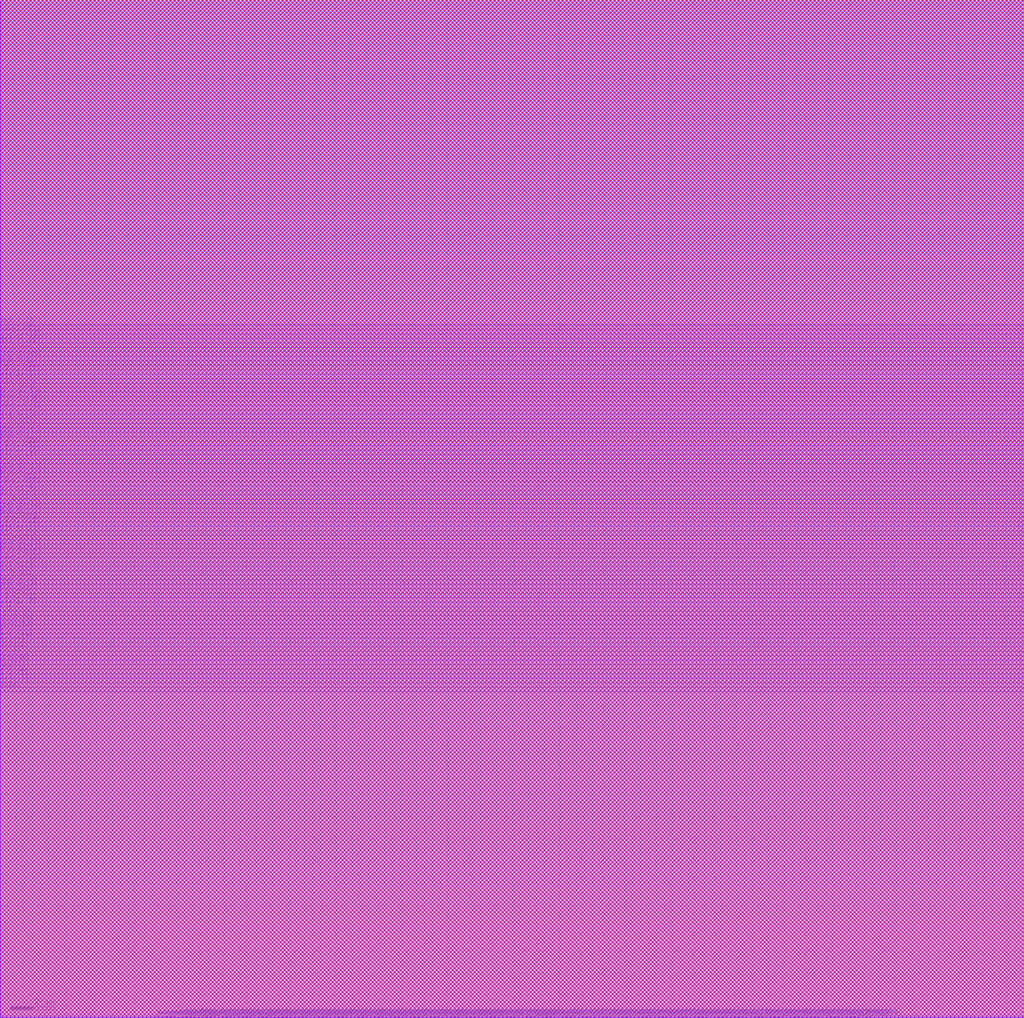
<source format=lef>
##
## LEF for PtnCells ;
## created by Innovus v15.23-s045_1 on Tue Mar 11 14:00:38 2025
##

VERSION 5.8 ;

BUSBITCHARS "[]" ;
DIVIDERCHAR "/" ;

MACRO core
  CLASS BLOCK ;
  SIZE 458.0000 BY 455.6000 ;
  FOREIGN core 0.0000 0.0000 ;
  ORIGIN 0 0 ;
  SYMMETRY X Y R90 ;
  PIN clk
    DIRECTION INPUT ;
    USE SIGNAL ;
    PORT
      LAYER M3 ;
        RECT 0.0000 181.9500 0.6000 182.0500 ;
    END
  END clk
  PIN sum_out[159]
    DIRECTION OUTPUT ;
    USE SIGNAL ;
    PORT
      LAYER M3 ;
        RECT 228.6500 0.0000 228.7500 0.6000 ;
    END
  END sum_out[159]
  PIN sum_out[158]
    DIRECTION OUTPUT ;
    USE SIGNAL ;
    PORT
      LAYER M3 ;
        RECT 227.6500 0.0000 227.7500 0.6000 ;
    END
  END sum_out[158]
  PIN sum_out[157]
    DIRECTION OUTPUT ;
    USE SIGNAL ;
    PORT
      LAYER M3 ;
        RECT 226.6500 0.0000 226.7500 0.6000 ;
    END
  END sum_out[157]
  PIN sum_out[156]
    DIRECTION OUTPUT ;
    USE SIGNAL ;
    PORT
      LAYER M3 ;
        RECT 225.6500 0.0000 225.7500 0.6000 ;
    END
  END sum_out[156]
  PIN sum_out[155]
    DIRECTION OUTPUT ;
    USE SIGNAL ;
    PORT
      LAYER M3 ;
        RECT 224.6500 0.0000 224.7500 0.6000 ;
    END
  END sum_out[155]
  PIN sum_out[154]
    DIRECTION OUTPUT ;
    USE SIGNAL ;
    PORT
      LAYER M3 ;
        RECT 223.6500 0.0000 223.7500 0.6000 ;
    END
  END sum_out[154]
  PIN sum_out[153]
    DIRECTION OUTPUT ;
    USE SIGNAL ;
    PORT
      LAYER M3 ;
        RECT 222.6500 0.0000 222.7500 0.6000 ;
    END
  END sum_out[153]
  PIN sum_out[152]
    DIRECTION OUTPUT ;
    USE SIGNAL ;
    PORT
      LAYER M3 ;
        RECT 221.6500 0.0000 221.7500 0.6000 ;
    END
  END sum_out[152]
  PIN sum_out[151]
    DIRECTION OUTPUT ;
    USE SIGNAL ;
    PORT
      LAYER M3 ;
        RECT 220.6500 0.0000 220.7500 0.6000 ;
    END
  END sum_out[151]
  PIN sum_out[150]
    DIRECTION OUTPUT ;
    USE SIGNAL ;
    PORT
      LAYER M3 ;
        RECT 219.6500 0.0000 219.7500 0.6000 ;
    END
  END sum_out[150]
  PIN sum_out[149]
    DIRECTION OUTPUT ;
    USE SIGNAL ;
    PORT
      LAYER M3 ;
        RECT 218.6500 0.0000 218.7500 0.6000 ;
    END
  END sum_out[149]
  PIN sum_out[148]
    DIRECTION OUTPUT ;
    USE SIGNAL ;
    PORT
      LAYER M3 ;
        RECT 217.6500 0.0000 217.7500 0.6000 ;
    END
  END sum_out[148]
  PIN sum_out[147]
    DIRECTION OUTPUT ;
    USE SIGNAL ;
    PORT
      LAYER M3 ;
        RECT 216.6500 0.0000 216.7500 0.6000 ;
    END
  END sum_out[147]
  PIN sum_out[146]
    DIRECTION OUTPUT ;
    USE SIGNAL ;
    PORT
      LAYER M3 ;
        RECT 215.6500 0.0000 215.7500 0.6000 ;
    END
  END sum_out[146]
  PIN sum_out[145]
    DIRECTION OUTPUT ;
    USE SIGNAL ;
    PORT
      LAYER M3 ;
        RECT 214.6500 0.0000 214.7500 0.6000 ;
    END
  END sum_out[145]
  PIN sum_out[144]
    DIRECTION OUTPUT ;
    USE SIGNAL ;
    PORT
      LAYER M3 ;
        RECT 213.6500 0.0000 213.7500 0.6000 ;
    END
  END sum_out[144]
  PIN sum_out[143]
    DIRECTION OUTPUT ;
    USE SIGNAL ;
    PORT
      LAYER M3 ;
        RECT 212.6500 0.0000 212.7500 0.6000 ;
    END
  END sum_out[143]
  PIN sum_out[142]
    DIRECTION OUTPUT ;
    USE SIGNAL ;
    PORT
      LAYER M3 ;
        RECT 211.6500 0.0000 211.7500 0.6000 ;
    END
  END sum_out[142]
  PIN sum_out[141]
    DIRECTION OUTPUT ;
    USE SIGNAL ;
    PORT
      LAYER M3 ;
        RECT 210.6500 0.0000 210.7500 0.6000 ;
    END
  END sum_out[141]
  PIN sum_out[140]
    DIRECTION OUTPUT ;
    USE SIGNAL ;
    PORT
      LAYER M3 ;
        RECT 209.6500 0.0000 209.7500 0.6000 ;
    END
  END sum_out[140]
  PIN sum_out[139]
    DIRECTION OUTPUT ;
    USE SIGNAL ;
    PORT
      LAYER M3 ;
        RECT 208.6500 0.0000 208.7500 0.6000 ;
    END
  END sum_out[139]
  PIN sum_out[138]
    DIRECTION OUTPUT ;
    USE SIGNAL ;
    PORT
      LAYER M3 ;
        RECT 207.6500 0.0000 207.7500 0.6000 ;
    END
  END sum_out[138]
  PIN sum_out[137]
    DIRECTION OUTPUT ;
    USE SIGNAL ;
    PORT
      LAYER M3 ;
        RECT 206.6500 0.0000 206.7500 0.6000 ;
    END
  END sum_out[137]
  PIN sum_out[136]
    DIRECTION OUTPUT ;
    USE SIGNAL ;
    PORT
      LAYER M3 ;
        RECT 205.6500 0.0000 205.7500 0.6000 ;
    END
  END sum_out[136]
  PIN sum_out[135]
    DIRECTION OUTPUT ;
    USE SIGNAL ;
    PORT
      LAYER M3 ;
        RECT 204.6500 0.0000 204.7500 0.6000 ;
    END
  END sum_out[135]
  PIN sum_out[134]
    DIRECTION OUTPUT ;
    USE SIGNAL ;
    PORT
      LAYER M3 ;
        RECT 203.6500 0.0000 203.7500 0.6000 ;
    END
  END sum_out[134]
  PIN sum_out[133]
    DIRECTION OUTPUT ;
    USE SIGNAL ;
    PORT
      LAYER M3 ;
        RECT 202.6500 0.0000 202.7500 0.6000 ;
    END
  END sum_out[133]
  PIN sum_out[132]
    DIRECTION OUTPUT ;
    USE SIGNAL ;
    PORT
      LAYER M3 ;
        RECT 201.6500 0.0000 201.7500 0.6000 ;
    END
  END sum_out[132]
  PIN sum_out[131]
    DIRECTION OUTPUT ;
    USE SIGNAL ;
    PORT
      LAYER M3 ;
        RECT 200.6500 0.0000 200.7500 0.6000 ;
    END
  END sum_out[131]
  PIN sum_out[130]
    DIRECTION OUTPUT ;
    USE SIGNAL ;
    PORT
      LAYER M3 ;
        RECT 199.6500 0.0000 199.7500 0.6000 ;
    END
  END sum_out[130]
  PIN sum_out[129]
    DIRECTION OUTPUT ;
    USE SIGNAL ;
    PORT
      LAYER M3 ;
        RECT 198.6500 0.0000 198.7500 0.6000 ;
    END
  END sum_out[129]
  PIN sum_out[128]
    DIRECTION OUTPUT ;
    USE SIGNAL ;
    PORT
      LAYER M3 ;
        RECT 197.6500 0.0000 197.7500 0.6000 ;
    END
  END sum_out[128]
  PIN sum_out[127]
    DIRECTION OUTPUT ;
    USE SIGNAL ;
    PORT
      LAYER M3 ;
        RECT 196.6500 0.0000 196.7500 0.6000 ;
    END
  END sum_out[127]
  PIN sum_out[126]
    DIRECTION OUTPUT ;
    USE SIGNAL ;
    PORT
      LAYER M3 ;
        RECT 195.6500 0.0000 195.7500 0.6000 ;
    END
  END sum_out[126]
  PIN sum_out[125]
    DIRECTION OUTPUT ;
    USE SIGNAL ;
    PORT
      LAYER M3 ;
        RECT 194.6500 0.0000 194.7500 0.6000 ;
    END
  END sum_out[125]
  PIN sum_out[124]
    DIRECTION OUTPUT ;
    USE SIGNAL ;
    PORT
      LAYER M3 ;
        RECT 193.6500 0.0000 193.7500 0.6000 ;
    END
  END sum_out[124]
  PIN sum_out[123]
    DIRECTION OUTPUT ;
    USE SIGNAL ;
    PORT
      LAYER M3 ;
        RECT 192.6500 0.0000 192.7500 0.6000 ;
    END
  END sum_out[123]
  PIN sum_out[122]
    DIRECTION OUTPUT ;
    USE SIGNAL ;
    PORT
      LAYER M3 ;
        RECT 191.6500 0.0000 191.7500 0.6000 ;
    END
  END sum_out[122]
  PIN sum_out[121]
    DIRECTION OUTPUT ;
    USE SIGNAL ;
    PORT
      LAYER M3 ;
        RECT 190.6500 0.0000 190.7500 0.6000 ;
    END
  END sum_out[121]
  PIN sum_out[120]
    DIRECTION OUTPUT ;
    USE SIGNAL ;
    PORT
      LAYER M3 ;
        RECT 189.6500 0.0000 189.7500 0.6000 ;
    END
  END sum_out[120]
  PIN sum_out[119]
    DIRECTION OUTPUT ;
    USE SIGNAL ;
    PORT
      LAYER M3 ;
        RECT 188.6500 0.0000 188.7500 0.6000 ;
    END
  END sum_out[119]
  PIN sum_out[118]
    DIRECTION OUTPUT ;
    USE SIGNAL ;
    PORT
      LAYER M3 ;
        RECT 187.6500 0.0000 187.7500 0.6000 ;
    END
  END sum_out[118]
  PIN sum_out[117]
    DIRECTION OUTPUT ;
    USE SIGNAL ;
    PORT
      LAYER M3 ;
        RECT 186.6500 0.0000 186.7500 0.6000 ;
    END
  END sum_out[117]
  PIN sum_out[116]
    DIRECTION OUTPUT ;
    USE SIGNAL ;
    PORT
      LAYER M3 ;
        RECT 185.6500 0.0000 185.7500 0.6000 ;
    END
  END sum_out[116]
  PIN sum_out[115]
    DIRECTION OUTPUT ;
    USE SIGNAL ;
    PORT
      LAYER M3 ;
        RECT 184.6500 0.0000 184.7500 0.6000 ;
    END
  END sum_out[115]
  PIN sum_out[114]
    DIRECTION OUTPUT ;
    USE SIGNAL ;
    PORT
      LAYER M3 ;
        RECT 183.6500 0.0000 183.7500 0.6000 ;
    END
  END sum_out[114]
  PIN sum_out[113]
    DIRECTION OUTPUT ;
    USE SIGNAL ;
    PORT
      LAYER M3 ;
        RECT 182.6500 0.0000 182.7500 0.6000 ;
    END
  END sum_out[113]
  PIN sum_out[112]
    DIRECTION OUTPUT ;
    USE SIGNAL ;
    PORT
      LAYER M3 ;
        RECT 181.6500 0.0000 181.7500 0.6000 ;
    END
  END sum_out[112]
  PIN sum_out[111]
    DIRECTION OUTPUT ;
    USE SIGNAL ;
    PORT
      LAYER M3 ;
        RECT 180.6500 0.0000 180.7500 0.6000 ;
    END
  END sum_out[111]
  PIN sum_out[110]
    DIRECTION OUTPUT ;
    USE SIGNAL ;
    PORT
      LAYER M3 ;
        RECT 179.6500 0.0000 179.7500 0.6000 ;
    END
  END sum_out[110]
  PIN sum_out[109]
    DIRECTION OUTPUT ;
    USE SIGNAL ;
    PORT
      LAYER M3 ;
        RECT 178.6500 0.0000 178.7500 0.6000 ;
    END
  END sum_out[109]
  PIN sum_out[108]
    DIRECTION OUTPUT ;
    USE SIGNAL ;
    PORT
      LAYER M3 ;
        RECT 177.6500 0.0000 177.7500 0.6000 ;
    END
  END sum_out[108]
  PIN sum_out[107]
    DIRECTION OUTPUT ;
    USE SIGNAL ;
    PORT
      LAYER M3 ;
        RECT 176.6500 0.0000 176.7500 0.6000 ;
    END
  END sum_out[107]
  PIN sum_out[106]
    DIRECTION OUTPUT ;
    USE SIGNAL ;
    PORT
      LAYER M3 ;
        RECT 175.6500 0.0000 175.7500 0.6000 ;
    END
  END sum_out[106]
  PIN sum_out[105]
    DIRECTION OUTPUT ;
    USE SIGNAL ;
    PORT
      LAYER M3 ;
        RECT 174.6500 0.0000 174.7500 0.6000 ;
    END
  END sum_out[105]
  PIN sum_out[104]
    DIRECTION OUTPUT ;
    USE SIGNAL ;
    PORT
      LAYER M3 ;
        RECT 173.6500 0.0000 173.7500 0.6000 ;
    END
  END sum_out[104]
  PIN sum_out[103]
    DIRECTION OUTPUT ;
    USE SIGNAL ;
    PORT
      LAYER M3 ;
        RECT 172.6500 0.0000 172.7500 0.6000 ;
    END
  END sum_out[103]
  PIN sum_out[102]
    DIRECTION OUTPUT ;
    USE SIGNAL ;
    PORT
      LAYER M3 ;
        RECT 171.6500 0.0000 171.7500 0.6000 ;
    END
  END sum_out[102]
  PIN sum_out[101]
    DIRECTION OUTPUT ;
    USE SIGNAL ;
    PORT
      LAYER M3 ;
        RECT 170.6500 0.0000 170.7500 0.6000 ;
    END
  END sum_out[101]
  PIN sum_out[100]
    DIRECTION OUTPUT ;
    USE SIGNAL ;
    PORT
      LAYER M3 ;
        RECT 169.6500 0.0000 169.7500 0.6000 ;
    END
  END sum_out[100]
  PIN sum_out[99]
    DIRECTION OUTPUT ;
    USE SIGNAL ;
    PORT
      LAYER M3 ;
        RECT 168.6500 0.0000 168.7500 0.6000 ;
    END
  END sum_out[99]
  PIN sum_out[98]
    DIRECTION OUTPUT ;
    USE SIGNAL ;
    PORT
      LAYER M3 ;
        RECT 167.6500 0.0000 167.7500 0.6000 ;
    END
  END sum_out[98]
  PIN sum_out[97]
    DIRECTION OUTPUT ;
    USE SIGNAL ;
    PORT
      LAYER M3 ;
        RECT 166.6500 0.0000 166.7500 0.6000 ;
    END
  END sum_out[97]
  PIN sum_out[96]
    DIRECTION OUTPUT ;
    USE SIGNAL ;
    PORT
      LAYER M3 ;
        RECT 165.6500 0.0000 165.7500 0.6000 ;
    END
  END sum_out[96]
  PIN sum_out[95]
    DIRECTION OUTPUT ;
    USE SIGNAL ;
    PORT
      LAYER M3 ;
        RECT 164.6500 0.0000 164.7500 0.6000 ;
    END
  END sum_out[95]
  PIN sum_out[94]
    DIRECTION OUTPUT ;
    USE SIGNAL ;
    PORT
      LAYER M3 ;
        RECT 163.6500 0.0000 163.7500 0.6000 ;
    END
  END sum_out[94]
  PIN sum_out[93]
    DIRECTION OUTPUT ;
    USE SIGNAL ;
    PORT
      LAYER M3 ;
        RECT 162.6500 0.0000 162.7500 0.6000 ;
    END
  END sum_out[93]
  PIN sum_out[92]
    DIRECTION OUTPUT ;
    USE SIGNAL ;
    PORT
      LAYER M3 ;
        RECT 161.6500 0.0000 161.7500 0.6000 ;
    END
  END sum_out[92]
  PIN sum_out[91]
    DIRECTION OUTPUT ;
    USE SIGNAL ;
    PORT
      LAYER M3 ;
        RECT 160.6500 0.0000 160.7500 0.6000 ;
    END
  END sum_out[91]
  PIN sum_out[90]
    DIRECTION OUTPUT ;
    USE SIGNAL ;
    PORT
      LAYER M3 ;
        RECT 159.6500 0.0000 159.7500 0.6000 ;
    END
  END sum_out[90]
  PIN sum_out[89]
    DIRECTION OUTPUT ;
    USE SIGNAL ;
    PORT
      LAYER M3 ;
        RECT 158.6500 0.0000 158.7500 0.6000 ;
    END
  END sum_out[89]
  PIN sum_out[88]
    DIRECTION OUTPUT ;
    USE SIGNAL ;
    PORT
      LAYER M3 ;
        RECT 157.6500 0.0000 157.7500 0.6000 ;
    END
  END sum_out[88]
  PIN sum_out[87]
    DIRECTION OUTPUT ;
    USE SIGNAL ;
    PORT
      LAYER M3 ;
        RECT 156.6500 0.0000 156.7500 0.6000 ;
    END
  END sum_out[87]
  PIN sum_out[86]
    DIRECTION OUTPUT ;
    USE SIGNAL ;
    PORT
      LAYER M3 ;
        RECT 155.6500 0.0000 155.7500 0.6000 ;
    END
  END sum_out[86]
  PIN sum_out[85]
    DIRECTION OUTPUT ;
    USE SIGNAL ;
    PORT
      LAYER M3 ;
        RECT 154.6500 0.0000 154.7500 0.6000 ;
    END
  END sum_out[85]
  PIN sum_out[84]
    DIRECTION OUTPUT ;
    USE SIGNAL ;
    PORT
      LAYER M3 ;
        RECT 153.6500 0.0000 153.7500 0.6000 ;
    END
  END sum_out[84]
  PIN sum_out[83]
    DIRECTION OUTPUT ;
    USE SIGNAL ;
    PORT
      LAYER M3 ;
        RECT 152.6500 0.0000 152.7500 0.6000 ;
    END
  END sum_out[83]
  PIN sum_out[82]
    DIRECTION OUTPUT ;
    USE SIGNAL ;
    PORT
      LAYER M3 ;
        RECT 151.6500 0.0000 151.7500 0.6000 ;
    END
  END sum_out[82]
  PIN sum_out[81]
    DIRECTION OUTPUT ;
    USE SIGNAL ;
    PORT
      LAYER M3 ;
        RECT 150.6500 0.0000 150.7500 0.6000 ;
    END
  END sum_out[81]
  PIN sum_out[80]
    DIRECTION OUTPUT ;
    USE SIGNAL ;
    PORT
      LAYER M3 ;
        RECT 149.6500 0.0000 149.7500 0.6000 ;
    END
  END sum_out[80]
  PIN sum_out[79]
    DIRECTION OUTPUT ;
    USE SIGNAL ;
    PORT
      LAYER M3 ;
        RECT 148.6500 0.0000 148.7500 0.6000 ;
    END
  END sum_out[79]
  PIN sum_out[78]
    DIRECTION OUTPUT ;
    USE SIGNAL ;
    PORT
      LAYER M3 ;
        RECT 147.6500 0.0000 147.7500 0.6000 ;
    END
  END sum_out[78]
  PIN sum_out[77]
    DIRECTION OUTPUT ;
    USE SIGNAL ;
    PORT
      LAYER M3 ;
        RECT 146.6500 0.0000 146.7500 0.6000 ;
    END
  END sum_out[77]
  PIN sum_out[76]
    DIRECTION OUTPUT ;
    USE SIGNAL ;
    PORT
      LAYER M3 ;
        RECT 145.6500 0.0000 145.7500 0.6000 ;
    END
  END sum_out[76]
  PIN sum_out[75]
    DIRECTION OUTPUT ;
    USE SIGNAL ;
    PORT
      LAYER M3 ;
        RECT 144.6500 0.0000 144.7500 0.6000 ;
    END
  END sum_out[75]
  PIN sum_out[74]
    DIRECTION OUTPUT ;
    USE SIGNAL ;
    PORT
      LAYER M3 ;
        RECT 143.6500 0.0000 143.7500 0.6000 ;
    END
  END sum_out[74]
  PIN sum_out[73]
    DIRECTION OUTPUT ;
    USE SIGNAL ;
    PORT
      LAYER M3 ;
        RECT 142.6500 0.0000 142.7500 0.6000 ;
    END
  END sum_out[73]
  PIN sum_out[72]
    DIRECTION OUTPUT ;
    USE SIGNAL ;
    PORT
      LAYER M3 ;
        RECT 141.6500 0.0000 141.7500 0.6000 ;
    END
  END sum_out[72]
  PIN sum_out[71]
    DIRECTION OUTPUT ;
    USE SIGNAL ;
    PORT
      LAYER M3 ;
        RECT 140.6500 0.0000 140.7500 0.6000 ;
    END
  END sum_out[71]
  PIN sum_out[70]
    DIRECTION OUTPUT ;
    USE SIGNAL ;
    PORT
      LAYER M3 ;
        RECT 139.6500 0.0000 139.7500 0.6000 ;
    END
  END sum_out[70]
  PIN sum_out[69]
    DIRECTION OUTPUT ;
    USE SIGNAL ;
    PORT
      LAYER M3 ;
        RECT 138.6500 0.0000 138.7500 0.6000 ;
    END
  END sum_out[69]
  PIN sum_out[68]
    DIRECTION OUTPUT ;
    USE SIGNAL ;
    PORT
      LAYER M3 ;
        RECT 137.6500 0.0000 137.7500 0.6000 ;
    END
  END sum_out[68]
  PIN sum_out[67]
    DIRECTION OUTPUT ;
    USE SIGNAL ;
    PORT
      LAYER M3 ;
        RECT 136.6500 0.0000 136.7500 0.6000 ;
    END
  END sum_out[67]
  PIN sum_out[66]
    DIRECTION OUTPUT ;
    USE SIGNAL ;
    PORT
      LAYER M3 ;
        RECT 135.6500 0.0000 135.7500 0.6000 ;
    END
  END sum_out[66]
  PIN sum_out[65]
    DIRECTION OUTPUT ;
    USE SIGNAL ;
    PORT
      LAYER M3 ;
        RECT 134.6500 0.0000 134.7500 0.6000 ;
    END
  END sum_out[65]
  PIN sum_out[64]
    DIRECTION OUTPUT ;
    USE SIGNAL ;
    PORT
      LAYER M3 ;
        RECT 133.6500 0.0000 133.7500 0.6000 ;
    END
  END sum_out[64]
  PIN sum_out[63]
    DIRECTION OUTPUT ;
    USE SIGNAL ;
    PORT
      LAYER M3 ;
        RECT 132.6500 0.0000 132.7500 0.6000 ;
    END
  END sum_out[63]
  PIN sum_out[62]
    DIRECTION OUTPUT ;
    USE SIGNAL ;
    PORT
      LAYER M3 ;
        RECT 131.6500 0.0000 131.7500 0.6000 ;
    END
  END sum_out[62]
  PIN sum_out[61]
    DIRECTION OUTPUT ;
    USE SIGNAL ;
    PORT
      LAYER M3 ;
        RECT 130.6500 0.0000 130.7500 0.6000 ;
    END
  END sum_out[61]
  PIN sum_out[60]
    DIRECTION OUTPUT ;
    USE SIGNAL ;
    PORT
      LAYER M3 ;
        RECT 129.6500 0.0000 129.7500 0.6000 ;
    END
  END sum_out[60]
  PIN sum_out[59]
    DIRECTION OUTPUT ;
    USE SIGNAL ;
    PORT
      LAYER M3 ;
        RECT 128.6500 0.0000 128.7500 0.6000 ;
    END
  END sum_out[59]
  PIN sum_out[58]
    DIRECTION OUTPUT ;
    USE SIGNAL ;
    PORT
      LAYER M3 ;
        RECT 127.6500 0.0000 127.7500 0.6000 ;
    END
  END sum_out[58]
  PIN sum_out[57]
    DIRECTION OUTPUT ;
    USE SIGNAL ;
    PORT
      LAYER M3 ;
        RECT 126.6500 0.0000 126.7500 0.6000 ;
    END
  END sum_out[57]
  PIN sum_out[56]
    DIRECTION OUTPUT ;
    USE SIGNAL ;
    PORT
      LAYER M3 ;
        RECT 125.6500 0.0000 125.7500 0.6000 ;
    END
  END sum_out[56]
  PIN sum_out[55]
    DIRECTION OUTPUT ;
    USE SIGNAL ;
    PORT
      LAYER M3 ;
        RECT 124.6500 0.0000 124.7500 0.6000 ;
    END
  END sum_out[55]
  PIN sum_out[54]
    DIRECTION OUTPUT ;
    USE SIGNAL ;
    PORT
      LAYER M3 ;
        RECT 123.6500 0.0000 123.7500 0.6000 ;
    END
  END sum_out[54]
  PIN sum_out[53]
    DIRECTION OUTPUT ;
    USE SIGNAL ;
    PORT
      LAYER M3 ;
        RECT 122.6500 0.0000 122.7500 0.6000 ;
    END
  END sum_out[53]
  PIN sum_out[52]
    DIRECTION OUTPUT ;
    USE SIGNAL ;
    PORT
      LAYER M3 ;
        RECT 121.6500 0.0000 121.7500 0.6000 ;
    END
  END sum_out[52]
  PIN sum_out[51]
    DIRECTION OUTPUT ;
    USE SIGNAL ;
    PORT
      LAYER M3 ;
        RECT 120.6500 0.0000 120.7500 0.6000 ;
    END
  END sum_out[51]
  PIN sum_out[50]
    DIRECTION OUTPUT ;
    USE SIGNAL ;
    PORT
      LAYER M3 ;
        RECT 119.6500 0.0000 119.7500 0.6000 ;
    END
  END sum_out[50]
  PIN sum_out[49]
    DIRECTION OUTPUT ;
    USE SIGNAL ;
    PORT
      LAYER M3 ;
        RECT 118.6500 0.0000 118.7500 0.6000 ;
    END
  END sum_out[49]
  PIN sum_out[48]
    DIRECTION OUTPUT ;
    USE SIGNAL ;
    PORT
      LAYER M3 ;
        RECT 117.6500 0.0000 117.7500 0.6000 ;
    END
  END sum_out[48]
  PIN sum_out[47]
    DIRECTION OUTPUT ;
    USE SIGNAL ;
    PORT
      LAYER M3 ;
        RECT 116.6500 0.0000 116.7500 0.6000 ;
    END
  END sum_out[47]
  PIN sum_out[46]
    DIRECTION OUTPUT ;
    USE SIGNAL ;
    PORT
      LAYER M3 ;
        RECT 115.6500 0.0000 115.7500 0.6000 ;
    END
  END sum_out[46]
  PIN sum_out[45]
    DIRECTION OUTPUT ;
    USE SIGNAL ;
    PORT
      LAYER M3 ;
        RECT 114.6500 0.0000 114.7500 0.6000 ;
    END
  END sum_out[45]
  PIN sum_out[44]
    DIRECTION OUTPUT ;
    USE SIGNAL ;
    PORT
      LAYER M3 ;
        RECT 113.6500 0.0000 113.7500 0.6000 ;
    END
  END sum_out[44]
  PIN sum_out[43]
    DIRECTION OUTPUT ;
    USE SIGNAL ;
    PORT
      LAYER M3 ;
        RECT 112.6500 0.0000 112.7500 0.6000 ;
    END
  END sum_out[43]
  PIN sum_out[42]
    DIRECTION OUTPUT ;
    USE SIGNAL ;
    PORT
      LAYER M3 ;
        RECT 111.6500 0.0000 111.7500 0.6000 ;
    END
  END sum_out[42]
  PIN sum_out[41]
    DIRECTION OUTPUT ;
    USE SIGNAL ;
    PORT
      LAYER M3 ;
        RECT 110.6500 0.0000 110.7500 0.6000 ;
    END
  END sum_out[41]
  PIN sum_out[40]
    DIRECTION OUTPUT ;
    USE SIGNAL ;
    PORT
      LAYER M3 ;
        RECT 109.6500 0.0000 109.7500 0.6000 ;
    END
  END sum_out[40]
  PIN sum_out[39]
    DIRECTION OUTPUT ;
    USE SIGNAL ;
    PORT
      LAYER M3 ;
        RECT 108.6500 0.0000 108.7500 0.6000 ;
    END
  END sum_out[39]
  PIN sum_out[38]
    DIRECTION OUTPUT ;
    USE SIGNAL ;
    PORT
      LAYER M3 ;
        RECT 107.6500 0.0000 107.7500 0.6000 ;
    END
  END sum_out[38]
  PIN sum_out[37]
    DIRECTION OUTPUT ;
    USE SIGNAL ;
    PORT
      LAYER M3 ;
        RECT 106.6500 0.0000 106.7500 0.6000 ;
    END
  END sum_out[37]
  PIN sum_out[36]
    DIRECTION OUTPUT ;
    USE SIGNAL ;
    PORT
      LAYER M3 ;
        RECT 105.6500 0.0000 105.7500 0.6000 ;
    END
  END sum_out[36]
  PIN sum_out[35]
    DIRECTION OUTPUT ;
    USE SIGNAL ;
    PORT
      LAYER M3 ;
        RECT 104.6500 0.0000 104.7500 0.6000 ;
    END
  END sum_out[35]
  PIN sum_out[34]
    DIRECTION OUTPUT ;
    USE SIGNAL ;
    PORT
      LAYER M3 ;
        RECT 103.6500 0.0000 103.7500 0.6000 ;
    END
  END sum_out[34]
  PIN sum_out[33]
    DIRECTION OUTPUT ;
    USE SIGNAL ;
    PORT
      LAYER M3 ;
        RECT 102.6500 0.0000 102.7500 0.6000 ;
    END
  END sum_out[33]
  PIN sum_out[32]
    DIRECTION OUTPUT ;
    USE SIGNAL ;
    PORT
      LAYER M3 ;
        RECT 101.6500 0.0000 101.7500 0.6000 ;
    END
  END sum_out[32]
  PIN sum_out[31]
    DIRECTION OUTPUT ;
    USE SIGNAL ;
    PORT
      LAYER M3 ;
        RECT 100.6500 0.0000 100.7500 0.6000 ;
    END
  END sum_out[31]
  PIN sum_out[30]
    DIRECTION OUTPUT ;
    USE SIGNAL ;
    PORT
      LAYER M3 ;
        RECT 99.6500 0.0000 99.7500 0.6000 ;
    END
  END sum_out[30]
  PIN sum_out[29]
    DIRECTION OUTPUT ;
    USE SIGNAL ;
    PORT
      LAYER M3 ;
        RECT 98.6500 0.0000 98.7500 0.6000 ;
    END
  END sum_out[29]
  PIN sum_out[28]
    DIRECTION OUTPUT ;
    USE SIGNAL ;
    PORT
      LAYER M3 ;
        RECT 97.6500 0.0000 97.7500 0.6000 ;
    END
  END sum_out[28]
  PIN sum_out[27]
    DIRECTION OUTPUT ;
    USE SIGNAL ;
    PORT
      LAYER M3 ;
        RECT 96.6500 0.0000 96.7500 0.6000 ;
    END
  END sum_out[27]
  PIN sum_out[26]
    DIRECTION OUTPUT ;
    USE SIGNAL ;
    PORT
      LAYER M3 ;
        RECT 95.6500 0.0000 95.7500 0.6000 ;
    END
  END sum_out[26]
  PIN sum_out[25]
    DIRECTION OUTPUT ;
    USE SIGNAL ;
    PORT
      LAYER M3 ;
        RECT 94.6500 0.0000 94.7500 0.6000 ;
    END
  END sum_out[25]
  PIN sum_out[24]
    DIRECTION OUTPUT ;
    USE SIGNAL ;
    PORT
      LAYER M3 ;
        RECT 93.6500 0.0000 93.7500 0.6000 ;
    END
  END sum_out[24]
  PIN sum_out[23]
    DIRECTION OUTPUT ;
    USE SIGNAL ;
    PORT
      LAYER M3 ;
        RECT 92.6500 0.0000 92.7500 0.6000 ;
    END
  END sum_out[23]
  PIN sum_out[22]
    DIRECTION OUTPUT ;
    USE SIGNAL ;
    PORT
      LAYER M3 ;
        RECT 91.6500 0.0000 91.7500 0.6000 ;
    END
  END sum_out[22]
  PIN sum_out[21]
    DIRECTION OUTPUT ;
    USE SIGNAL ;
    PORT
      LAYER M3 ;
        RECT 90.6500 0.0000 90.7500 0.6000 ;
    END
  END sum_out[21]
  PIN sum_out[20]
    DIRECTION OUTPUT ;
    USE SIGNAL ;
    PORT
      LAYER M3 ;
        RECT 89.6500 0.0000 89.7500 0.6000 ;
    END
  END sum_out[20]
  PIN sum_out[19]
    DIRECTION OUTPUT ;
    USE SIGNAL ;
    PORT
      LAYER M3 ;
        RECT 88.6500 0.0000 88.7500 0.6000 ;
    END
  END sum_out[19]
  PIN sum_out[18]
    DIRECTION OUTPUT ;
    USE SIGNAL ;
    PORT
      LAYER M3 ;
        RECT 87.6500 0.0000 87.7500 0.6000 ;
    END
  END sum_out[18]
  PIN sum_out[17]
    DIRECTION OUTPUT ;
    USE SIGNAL ;
    PORT
      LAYER M3 ;
        RECT 86.6500 0.0000 86.7500 0.6000 ;
    END
  END sum_out[17]
  PIN sum_out[16]
    DIRECTION OUTPUT ;
    USE SIGNAL ;
    PORT
      LAYER M3 ;
        RECT 85.6500 0.0000 85.7500 0.6000 ;
    END
  END sum_out[16]
  PIN sum_out[15]
    DIRECTION OUTPUT ;
    USE SIGNAL ;
    PORT
      LAYER M3 ;
        RECT 84.6500 0.0000 84.7500 0.6000 ;
    END
  END sum_out[15]
  PIN sum_out[14]
    DIRECTION OUTPUT ;
    USE SIGNAL ;
    PORT
      LAYER M3 ;
        RECT 83.6500 0.0000 83.7500 0.6000 ;
    END
  END sum_out[14]
  PIN sum_out[13]
    DIRECTION OUTPUT ;
    USE SIGNAL ;
    PORT
      LAYER M3 ;
        RECT 82.6500 0.0000 82.7500 0.6000 ;
    END
  END sum_out[13]
  PIN sum_out[12]
    DIRECTION OUTPUT ;
    USE SIGNAL ;
    PORT
      LAYER M3 ;
        RECT 81.6500 0.0000 81.7500 0.6000 ;
    END
  END sum_out[12]
  PIN sum_out[11]
    DIRECTION OUTPUT ;
    USE SIGNAL ;
    PORT
      LAYER M3 ;
        RECT 80.6500 0.0000 80.7500 0.6000 ;
    END
  END sum_out[11]
  PIN sum_out[10]
    DIRECTION OUTPUT ;
    USE SIGNAL ;
    PORT
      LAYER M3 ;
        RECT 79.6500 0.0000 79.7500 0.6000 ;
    END
  END sum_out[10]
  PIN sum_out[9]
    DIRECTION OUTPUT ;
    USE SIGNAL ;
    PORT
      LAYER M3 ;
        RECT 78.6500 0.0000 78.7500 0.6000 ;
    END
  END sum_out[9]
  PIN sum_out[8]
    DIRECTION OUTPUT ;
    USE SIGNAL ;
    PORT
      LAYER M3 ;
        RECT 77.6500 0.0000 77.7500 0.6000 ;
    END
  END sum_out[8]
  PIN sum_out[7]
    DIRECTION OUTPUT ;
    USE SIGNAL ;
    PORT
      LAYER M3 ;
        RECT 76.6500 0.0000 76.7500 0.6000 ;
    END
  END sum_out[7]
  PIN sum_out[6]
    DIRECTION OUTPUT ;
    USE SIGNAL ;
    PORT
      LAYER M3 ;
        RECT 75.6500 0.0000 75.7500 0.6000 ;
    END
  END sum_out[6]
  PIN sum_out[5]
    DIRECTION OUTPUT ;
    USE SIGNAL ;
    PORT
      LAYER M3 ;
        RECT 74.6500 0.0000 74.7500 0.6000 ;
    END
  END sum_out[5]
  PIN sum_out[4]
    DIRECTION OUTPUT ;
    USE SIGNAL ;
    PORT
      LAYER M3 ;
        RECT 73.6500 0.0000 73.7500 0.6000 ;
    END
  END sum_out[4]
  PIN sum_out[3]
    DIRECTION OUTPUT ;
    USE SIGNAL ;
    PORT
      LAYER M3 ;
        RECT 72.6500 0.0000 72.7500 0.6000 ;
    END
  END sum_out[3]
  PIN sum_out[2]
    DIRECTION OUTPUT ;
    USE SIGNAL ;
    PORT
      LAYER M3 ;
        RECT 71.6500 0.0000 71.7500 0.6000 ;
    END
  END sum_out[2]
  PIN sum_out[1]
    DIRECTION OUTPUT ;
    USE SIGNAL ;
    PORT
      LAYER M3 ;
        RECT 70.6500 0.0000 70.7500 0.6000 ;
    END
  END sum_out[1]
  PIN sum_out[0]
    DIRECTION OUTPUT ;
    USE SIGNAL ;
    PORT
      LAYER M3 ;
        RECT 69.6500 0.0000 69.7500 0.6000 ;
    END
  END sum_out[0]
  PIN mem_in[63]
    DIRECTION INPUT ;
    USE SIGNAL ;
    PORT
      LAYER M3 ;
        RECT 0.0000 309.9500 0.6000 310.0500 ;
    END
  END mem_in[63]
  PIN mem_in[62]
    DIRECTION INPUT ;
    USE SIGNAL ;
    PORT
      LAYER M3 ;
        RECT 0.0000 307.9500 0.6000 308.0500 ;
    END
  END mem_in[62]
  PIN mem_in[61]
    DIRECTION INPUT ;
    USE SIGNAL ;
    PORT
      LAYER M3 ;
        RECT 0.0000 305.9500 0.6000 306.0500 ;
    END
  END mem_in[61]
  PIN mem_in[60]
    DIRECTION INPUT ;
    USE SIGNAL ;
    PORT
      LAYER M3 ;
        RECT 0.0000 303.9500 0.6000 304.0500 ;
    END
  END mem_in[60]
  PIN mem_in[59]
    DIRECTION INPUT ;
    USE SIGNAL ;
    PORT
      LAYER M3 ;
        RECT 0.0000 301.9500 0.6000 302.0500 ;
    END
  END mem_in[59]
  PIN mem_in[58]
    DIRECTION INPUT ;
    USE SIGNAL ;
    PORT
      LAYER M3 ;
        RECT 0.0000 299.9500 0.6000 300.0500 ;
    END
  END mem_in[58]
  PIN mem_in[57]
    DIRECTION INPUT ;
    USE SIGNAL ;
    PORT
      LAYER M3 ;
        RECT 0.0000 297.9500 0.6000 298.0500 ;
    END
  END mem_in[57]
  PIN mem_in[56]
    DIRECTION INPUT ;
    USE SIGNAL ;
    PORT
      LAYER M3 ;
        RECT 0.0000 295.9500 0.6000 296.0500 ;
    END
  END mem_in[56]
  PIN mem_in[55]
    DIRECTION INPUT ;
    USE SIGNAL ;
    PORT
      LAYER M3 ;
        RECT 0.0000 293.9500 0.6000 294.0500 ;
    END
  END mem_in[55]
  PIN mem_in[54]
    DIRECTION INPUT ;
    USE SIGNAL ;
    PORT
      LAYER M3 ;
        RECT 0.0000 291.9500 0.6000 292.0500 ;
    END
  END mem_in[54]
  PIN mem_in[53]
    DIRECTION INPUT ;
    USE SIGNAL ;
    PORT
      LAYER M3 ;
        RECT 0.0000 289.9500 0.6000 290.0500 ;
    END
  END mem_in[53]
  PIN mem_in[52]
    DIRECTION INPUT ;
    USE SIGNAL ;
    PORT
      LAYER M3 ;
        RECT 0.0000 287.9500 0.6000 288.0500 ;
    END
  END mem_in[52]
  PIN mem_in[51]
    DIRECTION INPUT ;
    USE SIGNAL ;
    PORT
      LAYER M3 ;
        RECT 0.0000 285.9500 0.6000 286.0500 ;
    END
  END mem_in[51]
  PIN mem_in[50]
    DIRECTION INPUT ;
    USE SIGNAL ;
    PORT
      LAYER M3 ;
        RECT 0.0000 283.9500 0.6000 284.0500 ;
    END
  END mem_in[50]
  PIN mem_in[49]
    DIRECTION INPUT ;
    USE SIGNAL ;
    PORT
      LAYER M3 ;
        RECT 0.0000 281.9500 0.6000 282.0500 ;
    END
  END mem_in[49]
  PIN mem_in[48]
    DIRECTION INPUT ;
    USE SIGNAL ;
    PORT
      LAYER M3 ;
        RECT 0.0000 279.9500 0.6000 280.0500 ;
    END
  END mem_in[48]
  PIN mem_in[47]
    DIRECTION INPUT ;
    USE SIGNAL ;
    PORT
      LAYER M3 ;
        RECT 0.0000 277.9500 0.6000 278.0500 ;
    END
  END mem_in[47]
  PIN mem_in[46]
    DIRECTION INPUT ;
    USE SIGNAL ;
    PORT
      LAYER M3 ;
        RECT 0.0000 275.9500 0.6000 276.0500 ;
    END
  END mem_in[46]
  PIN mem_in[45]
    DIRECTION INPUT ;
    USE SIGNAL ;
    PORT
      LAYER M3 ;
        RECT 0.0000 273.9500 0.6000 274.0500 ;
    END
  END mem_in[45]
  PIN mem_in[44]
    DIRECTION INPUT ;
    USE SIGNAL ;
    PORT
      LAYER M3 ;
        RECT 0.0000 271.9500 0.6000 272.0500 ;
    END
  END mem_in[44]
  PIN mem_in[43]
    DIRECTION INPUT ;
    USE SIGNAL ;
    PORT
      LAYER M3 ;
        RECT 0.0000 269.9500 0.6000 270.0500 ;
    END
  END mem_in[43]
  PIN mem_in[42]
    DIRECTION INPUT ;
    USE SIGNAL ;
    PORT
      LAYER M3 ;
        RECT 0.0000 267.9500 0.6000 268.0500 ;
    END
  END mem_in[42]
  PIN mem_in[41]
    DIRECTION INPUT ;
    USE SIGNAL ;
    PORT
      LAYER M3 ;
        RECT 0.0000 265.9500 0.6000 266.0500 ;
    END
  END mem_in[41]
  PIN mem_in[40]
    DIRECTION INPUT ;
    USE SIGNAL ;
    PORT
      LAYER M3 ;
        RECT 0.0000 263.9500 0.6000 264.0500 ;
    END
  END mem_in[40]
  PIN mem_in[39]
    DIRECTION INPUT ;
    USE SIGNAL ;
    PORT
      LAYER M3 ;
        RECT 0.0000 261.9500 0.6000 262.0500 ;
    END
  END mem_in[39]
  PIN mem_in[38]
    DIRECTION INPUT ;
    USE SIGNAL ;
    PORT
      LAYER M3 ;
        RECT 0.0000 259.9500 0.6000 260.0500 ;
    END
  END mem_in[38]
  PIN mem_in[37]
    DIRECTION INPUT ;
    USE SIGNAL ;
    PORT
      LAYER M3 ;
        RECT 0.0000 257.9500 0.6000 258.0500 ;
    END
  END mem_in[37]
  PIN mem_in[36]
    DIRECTION INPUT ;
    USE SIGNAL ;
    PORT
      LAYER M3 ;
        RECT 0.0000 255.9500 0.6000 256.0500 ;
    END
  END mem_in[36]
  PIN mem_in[35]
    DIRECTION INPUT ;
    USE SIGNAL ;
    PORT
      LAYER M3 ;
        RECT 0.0000 253.9500 0.6000 254.0500 ;
    END
  END mem_in[35]
  PIN mem_in[34]
    DIRECTION INPUT ;
    USE SIGNAL ;
    PORT
      LAYER M3 ;
        RECT 0.0000 251.9500 0.6000 252.0500 ;
    END
  END mem_in[34]
  PIN mem_in[33]
    DIRECTION INPUT ;
    USE SIGNAL ;
    PORT
      LAYER M3 ;
        RECT 0.0000 249.9500 0.6000 250.0500 ;
    END
  END mem_in[33]
  PIN mem_in[32]
    DIRECTION INPUT ;
    USE SIGNAL ;
    PORT
      LAYER M3 ;
        RECT 0.0000 247.9500 0.6000 248.0500 ;
    END
  END mem_in[32]
  PIN mem_in[31]
    DIRECTION INPUT ;
    USE SIGNAL ;
    PORT
      LAYER M3 ;
        RECT 0.0000 245.9500 0.6000 246.0500 ;
    END
  END mem_in[31]
  PIN mem_in[30]
    DIRECTION INPUT ;
    USE SIGNAL ;
    PORT
      LAYER M3 ;
        RECT 0.0000 243.9500 0.6000 244.0500 ;
    END
  END mem_in[30]
  PIN mem_in[29]
    DIRECTION INPUT ;
    USE SIGNAL ;
    PORT
      LAYER M3 ;
        RECT 0.0000 241.9500 0.6000 242.0500 ;
    END
  END mem_in[29]
  PIN mem_in[28]
    DIRECTION INPUT ;
    USE SIGNAL ;
    PORT
      LAYER M3 ;
        RECT 0.0000 239.9500 0.6000 240.0500 ;
    END
  END mem_in[28]
  PIN mem_in[27]
    DIRECTION INPUT ;
    USE SIGNAL ;
    PORT
      LAYER M3 ;
        RECT 0.0000 237.9500 0.6000 238.0500 ;
    END
  END mem_in[27]
  PIN mem_in[26]
    DIRECTION INPUT ;
    USE SIGNAL ;
    PORT
      LAYER M3 ;
        RECT 0.0000 235.9500 0.6000 236.0500 ;
    END
  END mem_in[26]
  PIN mem_in[25]
    DIRECTION INPUT ;
    USE SIGNAL ;
    PORT
      LAYER M3 ;
        RECT 0.0000 233.9500 0.6000 234.0500 ;
    END
  END mem_in[25]
  PIN mem_in[24]
    DIRECTION INPUT ;
    USE SIGNAL ;
    PORT
      LAYER M3 ;
        RECT 0.0000 231.9500 0.6000 232.0500 ;
    END
  END mem_in[24]
  PIN mem_in[23]
    DIRECTION INPUT ;
    USE SIGNAL ;
    PORT
      LAYER M3 ;
        RECT 0.0000 229.9500 0.6000 230.0500 ;
    END
  END mem_in[23]
  PIN mem_in[22]
    DIRECTION INPUT ;
    USE SIGNAL ;
    PORT
      LAYER M3 ;
        RECT 0.0000 227.9500 0.6000 228.0500 ;
    END
  END mem_in[22]
  PIN mem_in[21]
    DIRECTION INPUT ;
    USE SIGNAL ;
    PORT
      LAYER M3 ;
        RECT 0.0000 225.9500 0.6000 226.0500 ;
    END
  END mem_in[21]
  PIN mem_in[20]
    DIRECTION INPUT ;
    USE SIGNAL ;
    PORT
      LAYER M3 ;
        RECT 0.0000 223.9500 0.6000 224.0500 ;
    END
  END mem_in[20]
  PIN mem_in[19]
    DIRECTION INPUT ;
    USE SIGNAL ;
    PORT
      LAYER M3 ;
        RECT 0.0000 221.9500 0.6000 222.0500 ;
    END
  END mem_in[19]
  PIN mem_in[18]
    DIRECTION INPUT ;
    USE SIGNAL ;
    PORT
      LAYER M3 ;
        RECT 0.0000 219.9500 0.6000 220.0500 ;
    END
  END mem_in[18]
  PIN mem_in[17]
    DIRECTION INPUT ;
    USE SIGNAL ;
    PORT
      LAYER M3 ;
        RECT 0.0000 217.9500 0.6000 218.0500 ;
    END
  END mem_in[17]
  PIN mem_in[16]
    DIRECTION INPUT ;
    USE SIGNAL ;
    PORT
      LAYER M3 ;
        RECT 0.0000 215.9500 0.6000 216.0500 ;
    END
  END mem_in[16]
  PIN mem_in[15]
    DIRECTION INPUT ;
    USE SIGNAL ;
    PORT
      LAYER M3 ;
        RECT 0.0000 213.9500 0.6000 214.0500 ;
    END
  END mem_in[15]
  PIN mem_in[14]
    DIRECTION INPUT ;
    USE SIGNAL ;
    PORT
      LAYER M3 ;
        RECT 0.0000 211.9500 0.6000 212.0500 ;
    END
  END mem_in[14]
  PIN mem_in[13]
    DIRECTION INPUT ;
    USE SIGNAL ;
    PORT
      LAYER M3 ;
        RECT 0.0000 209.9500 0.6000 210.0500 ;
    END
  END mem_in[13]
  PIN mem_in[12]
    DIRECTION INPUT ;
    USE SIGNAL ;
    PORT
      LAYER M3 ;
        RECT 0.0000 207.9500 0.6000 208.0500 ;
    END
  END mem_in[12]
  PIN mem_in[11]
    DIRECTION INPUT ;
    USE SIGNAL ;
    PORT
      LAYER M3 ;
        RECT 0.0000 205.9500 0.6000 206.0500 ;
    END
  END mem_in[11]
  PIN mem_in[10]
    DIRECTION INPUT ;
    USE SIGNAL ;
    PORT
      LAYER M3 ;
        RECT 0.0000 203.9500 0.6000 204.0500 ;
    END
  END mem_in[10]
  PIN mem_in[9]
    DIRECTION INPUT ;
    USE SIGNAL ;
    PORT
      LAYER M3 ;
        RECT 0.0000 201.9500 0.6000 202.0500 ;
    END
  END mem_in[9]
  PIN mem_in[8]
    DIRECTION INPUT ;
    USE SIGNAL ;
    PORT
      LAYER M3 ;
        RECT 0.0000 199.9500 0.6000 200.0500 ;
    END
  END mem_in[8]
  PIN mem_in[7]
    DIRECTION INPUT ;
    USE SIGNAL ;
    PORT
      LAYER M3 ;
        RECT 0.0000 197.9500 0.6000 198.0500 ;
    END
  END mem_in[7]
  PIN mem_in[6]
    DIRECTION INPUT ;
    USE SIGNAL ;
    PORT
      LAYER M3 ;
        RECT 0.0000 195.9500 0.6000 196.0500 ;
    END
  END mem_in[6]
  PIN mem_in[5]
    DIRECTION INPUT ;
    USE SIGNAL ;
    PORT
      LAYER M3 ;
        RECT 0.0000 193.9500 0.6000 194.0500 ;
    END
  END mem_in[5]
  PIN mem_in[4]
    DIRECTION INPUT ;
    USE SIGNAL ;
    PORT
      LAYER M3 ;
        RECT 0.0000 191.9500 0.6000 192.0500 ;
    END
  END mem_in[4]
  PIN mem_in[3]
    DIRECTION INPUT ;
    USE SIGNAL ;
    PORT
      LAYER M3 ;
        RECT 0.0000 189.9500 0.6000 190.0500 ;
    END
  END mem_in[3]
  PIN mem_in[2]
    DIRECTION INPUT ;
    USE SIGNAL ;
    PORT
      LAYER M3 ;
        RECT 0.0000 187.9500 0.6000 188.0500 ;
    END
  END mem_in[2]
  PIN mem_in[1]
    DIRECTION INPUT ;
    USE SIGNAL ;
    PORT
      LAYER M3 ;
        RECT 0.0000 185.9500 0.6000 186.0500 ;
    END
  END mem_in[1]
  PIN mem_in[0]
    DIRECTION INPUT ;
    USE SIGNAL ;
    PORT
      LAYER M3 ;
        RECT 0.0000 183.9500 0.6000 184.0500 ;
    END
  END mem_in[0]
  PIN out[159]
    DIRECTION OUTPUT ;
    USE SIGNAL ;
    PORT
      LAYER M3 ;
        RECT 388.6500 0.0000 388.7500 0.6000 ;
    END
  END out[159]
  PIN out[158]
    DIRECTION OUTPUT ;
    USE SIGNAL ;
    PORT
      LAYER M3 ;
        RECT 387.6500 0.0000 387.7500 0.6000 ;
    END
  END out[158]
  PIN out[157]
    DIRECTION OUTPUT ;
    USE SIGNAL ;
    PORT
      LAYER M3 ;
        RECT 386.6500 0.0000 386.7500 0.6000 ;
    END
  END out[157]
  PIN out[156]
    DIRECTION OUTPUT ;
    USE SIGNAL ;
    PORT
      LAYER M3 ;
        RECT 385.6500 0.0000 385.7500 0.6000 ;
    END
  END out[156]
  PIN out[155]
    DIRECTION OUTPUT ;
    USE SIGNAL ;
    PORT
      LAYER M3 ;
        RECT 384.6500 0.0000 384.7500 0.6000 ;
    END
  END out[155]
  PIN out[154]
    DIRECTION OUTPUT ;
    USE SIGNAL ;
    PORT
      LAYER M3 ;
        RECT 383.6500 0.0000 383.7500 0.6000 ;
    END
  END out[154]
  PIN out[153]
    DIRECTION OUTPUT ;
    USE SIGNAL ;
    PORT
      LAYER M3 ;
        RECT 382.6500 0.0000 382.7500 0.6000 ;
    END
  END out[153]
  PIN out[152]
    DIRECTION OUTPUT ;
    USE SIGNAL ;
    PORT
      LAYER M3 ;
        RECT 381.6500 0.0000 381.7500 0.6000 ;
    END
  END out[152]
  PIN out[151]
    DIRECTION OUTPUT ;
    USE SIGNAL ;
    PORT
      LAYER M3 ;
        RECT 380.6500 0.0000 380.7500 0.6000 ;
    END
  END out[151]
  PIN out[150]
    DIRECTION OUTPUT ;
    USE SIGNAL ;
    PORT
      LAYER M3 ;
        RECT 379.6500 0.0000 379.7500 0.6000 ;
    END
  END out[150]
  PIN out[149]
    DIRECTION OUTPUT ;
    USE SIGNAL ;
    PORT
      LAYER M3 ;
        RECT 378.6500 0.0000 378.7500 0.6000 ;
    END
  END out[149]
  PIN out[148]
    DIRECTION OUTPUT ;
    USE SIGNAL ;
    PORT
      LAYER M3 ;
        RECT 377.6500 0.0000 377.7500 0.6000 ;
    END
  END out[148]
  PIN out[147]
    DIRECTION OUTPUT ;
    USE SIGNAL ;
    PORT
      LAYER M3 ;
        RECT 376.6500 0.0000 376.7500 0.6000 ;
    END
  END out[147]
  PIN out[146]
    DIRECTION OUTPUT ;
    USE SIGNAL ;
    PORT
      LAYER M3 ;
        RECT 375.6500 0.0000 375.7500 0.6000 ;
    END
  END out[146]
  PIN out[145]
    DIRECTION OUTPUT ;
    USE SIGNAL ;
    PORT
      LAYER M3 ;
        RECT 374.6500 0.0000 374.7500 0.6000 ;
    END
  END out[145]
  PIN out[144]
    DIRECTION OUTPUT ;
    USE SIGNAL ;
    PORT
      LAYER M3 ;
        RECT 373.6500 0.0000 373.7500 0.6000 ;
    END
  END out[144]
  PIN out[143]
    DIRECTION OUTPUT ;
    USE SIGNAL ;
    PORT
      LAYER M3 ;
        RECT 372.6500 0.0000 372.7500 0.6000 ;
    END
  END out[143]
  PIN out[142]
    DIRECTION OUTPUT ;
    USE SIGNAL ;
    PORT
      LAYER M3 ;
        RECT 371.6500 0.0000 371.7500 0.6000 ;
    END
  END out[142]
  PIN out[141]
    DIRECTION OUTPUT ;
    USE SIGNAL ;
    PORT
      LAYER M3 ;
        RECT 370.6500 0.0000 370.7500 0.6000 ;
    END
  END out[141]
  PIN out[140]
    DIRECTION OUTPUT ;
    USE SIGNAL ;
    PORT
      LAYER M3 ;
        RECT 369.6500 0.0000 369.7500 0.6000 ;
    END
  END out[140]
  PIN out[139]
    DIRECTION OUTPUT ;
    USE SIGNAL ;
    PORT
      LAYER M3 ;
        RECT 368.6500 0.0000 368.7500 0.6000 ;
    END
  END out[139]
  PIN out[138]
    DIRECTION OUTPUT ;
    USE SIGNAL ;
    PORT
      LAYER M3 ;
        RECT 367.6500 0.0000 367.7500 0.6000 ;
    END
  END out[138]
  PIN out[137]
    DIRECTION OUTPUT ;
    USE SIGNAL ;
    PORT
      LAYER M3 ;
        RECT 366.6500 0.0000 366.7500 0.6000 ;
    END
  END out[137]
  PIN out[136]
    DIRECTION OUTPUT ;
    USE SIGNAL ;
    PORT
      LAYER M3 ;
        RECT 365.6500 0.0000 365.7500 0.6000 ;
    END
  END out[136]
  PIN out[135]
    DIRECTION OUTPUT ;
    USE SIGNAL ;
    PORT
      LAYER M3 ;
        RECT 364.6500 0.0000 364.7500 0.6000 ;
    END
  END out[135]
  PIN out[134]
    DIRECTION OUTPUT ;
    USE SIGNAL ;
    PORT
      LAYER M3 ;
        RECT 363.6500 0.0000 363.7500 0.6000 ;
    END
  END out[134]
  PIN out[133]
    DIRECTION OUTPUT ;
    USE SIGNAL ;
    PORT
      LAYER M3 ;
        RECT 362.6500 0.0000 362.7500 0.6000 ;
    END
  END out[133]
  PIN out[132]
    DIRECTION OUTPUT ;
    USE SIGNAL ;
    PORT
      LAYER M3 ;
        RECT 361.6500 0.0000 361.7500 0.6000 ;
    END
  END out[132]
  PIN out[131]
    DIRECTION OUTPUT ;
    USE SIGNAL ;
    PORT
      LAYER M3 ;
        RECT 360.6500 0.0000 360.7500 0.6000 ;
    END
  END out[131]
  PIN out[130]
    DIRECTION OUTPUT ;
    USE SIGNAL ;
    PORT
      LAYER M3 ;
        RECT 359.6500 0.0000 359.7500 0.6000 ;
    END
  END out[130]
  PIN out[129]
    DIRECTION OUTPUT ;
    USE SIGNAL ;
    PORT
      LAYER M3 ;
        RECT 358.6500 0.0000 358.7500 0.6000 ;
    END
  END out[129]
  PIN out[128]
    DIRECTION OUTPUT ;
    USE SIGNAL ;
    PORT
      LAYER M3 ;
        RECT 357.6500 0.0000 357.7500 0.6000 ;
    END
  END out[128]
  PIN out[127]
    DIRECTION OUTPUT ;
    USE SIGNAL ;
    PORT
      LAYER M3 ;
        RECT 356.6500 0.0000 356.7500 0.6000 ;
    END
  END out[127]
  PIN out[126]
    DIRECTION OUTPUT ;
    USE SIGNAL ;
    PORT
      LAYER M3 ;
        RECT 355.6500 0.0000 355.7500 0.6000 ;
    END
  END out[126]
  PIN out[125]
    DIRECTION OUTPUT ;
    USE SIGNAL ;
    PORT
      LAYER M3 ;
        RECT 354.6500 0.0000 354.7500 0.6000 ;
    END
  END out[125]
  PIN out[124]
    DIRECTION OUTPUT ;
    USE SIGNAL ;
    PORT
      LAYER M3 ;
        RECT 353.6500 0.0000 353.7500 0.6000 ;
    END
  END out[124]
  PIN out[123]
    DIRECTION OUTPUT ;
    USE SIGNAL ;
    PORT
      LAYER M3 ;
        RECT 352.6500 0.0000 352.7500 0.6000 ;
    END
  END out[123]
  PIN out[122]
    DIRECTION OUTPUT ;
    USE SIGNAL ;
    PORT
      LAYER M3 ;
        RECT 351.6500 0.0000 351.7500 0.6000 ;
    END
  END out[122]
  PIN out[121]
    DIRECTION OUTPUT ;
    USE SIGNAL ;
    PORT
      LAYER M3 ;
        RECT 350.6500 0.0000 350.7500 0.6000 ;
    END
  END out[121]
  PIN out[120]
    DIRECTION OUTPUT ;
    USE SIGNAL ;
    PORT
      LAYER M3 ;
        RECT 349.6500 0.0000 349.7500 0.6000 ;
    END
  END out[120]
  PIN out[119]
    DIRECTION OUTPUT ;
    USE SIGNAL ;
    PORT
      LAYER M3 ;
        RECT 348.6500 0.0000 348.7500 0.6000 ;
    END
  END out[119]
  PIN out[118]
    DIRECTION OUTPUT ;
    USE SIGNAL ;
    PORT
      LAYER M3 ;
        RECT 347.6500 0.0000 347.7500 0.6000 ;
    END
  END out[118]
  PIN out[117]
    DIRECTION OUTPUT ;
    USE SIGNAL ;
    PORT
      LAYER M3 ;
        RECT 346.6500 0.0000 346.7500 0.6000 ;
    END
  END out[117]
  PIN out[116]
    DIRECTION OUTPUT ;
    USE SIGNAL ;
    PORT
      LAYER M3 ;
        RECT 345.6500 0.0000 345.7500 0.6000 ;
    END
  END out[116]
  PIN out[115]
    DIRECTION OUTPUT ;
    USE SIGNAL ;
    PORT
      LAYER M3 ;
        RECT 344.6500 0.0000 344.7500 0.6000 ;
    END
  END out[115]
  PIN out[114]
    DIRECTION OUTPUT ;
    USE SIGNAL ;
    PORT
      LAYER M3 ;
        RECT 343.6500 0.0000 343.7500 0.6000 ;
    END
  END out[114]
  PIN out[113]
    DIRECTION OUTPUT ;
    USE SIGNAL ;
    PORT
      LAYER M3 ;
        RECT 342.6500 0.0000 342.7500 0.6000 ;
    END
  END out[113]
  PIN out[112]
    DIRECTION OUTPUT ;
    USE SIGNAL ;
    PORT
      LAYER M3 ;
        RECT 341.6500 0.0000 341.7500 0.6000 ;
    END
  END out[112]
  PIN out[111]
    DIRECTION OUTPUT ;
    USE SIGNAL ;
    PORT
      LAYER M3 ;
        RECT 340.6500 0.0000 340.7500 0.6000 ;
    END
  END out[111]
  PIN out[110]
    DIRECTION OUTPUT ;
    USE SIGNAL ;
    PORT
      LAYER M3 ;
        RECT 339.6500 0.0000 339.7500 0.6000 ;
    END
  END out[110]
  PIN out[109]
    DIRECTION OUTPUT ;
    USE SIGNAL ;
    PORT
      LAYER M3 ;
        RECT 338.6500 0.0000 338.7500 0.6000 ;
    END
  END out[109]
  PIN out[108]
    DIRECTION OUTPUT ;
    USE SIGNAL ;
    PORT
      LAYER M3 ;
        RECT 337.6500 0.0000 337.7500 0.6000 ;
    END
  END out[108]
  PIN out[107]
    DIRECTION OUTPUT ;
    USE SIGNAL ;
    PORT
      LAYER M3 ;
        RECT 336.6500 0.0000 336.7500 0.6000 ;
    END
  END out[107]
  PIN out[106]
    DIRECTION OUTPUT ;
    USE SIGNAL ;
    PORT
      LAYER M3 ;
        RECT 335.6500 0.0000 335.7500 0.6000 ;
    END
  END out[106]
  PIN out[105]
    DIRECTION OUTPUT ;
    USE SIGNAL ;
    PORT
      LAYER M3 ;
        RECT 334.6500 0.0000 334.7500 0.6000 ;
    END
  END out[105]
  PIN out[104]
    DIRECTION OUTPUT ;
    USE SIGNAL ;
    PORT
      LAYER M3 ;
        RECT 333.6500 0.0000 333.7500 0.6000 ;
    END
  END out[104]
  PIN out[103]
    DIRECTION OUTPUT ;
    USE SIGNAL ;
    PORT
      LAYER M3 ;
        RECT 332.6500 0.0000 332.7500 0.6000 ;
    END
  END out[103]
  PIN out[102]
    DIRECTION OUTPUT ;
    USE SIGNAL ;
    PORT
      LAYER M3 ;
        RECT 331.6500 0.0000 331.7500 0.6000 ;
    END
  END out[102]
  PIN out[101]
    DIRECTION OUTPUT ;
    USE SIGNAL ;
    PORT
      LAYER M3 ;
        RECT 330.6500 0.0000 330.7500 0.6000 ;
    END
  END out[101]
  PIN out[100]
    DIRECTION OUTPUT ;
    USE SIGNAL ;
    PORT
      LAYER M3 ;
        RECT 329.6500 0.0000 329.7500 0.6000 ;
    END
  END out[100]
  PIN out[99]
    DIRECTION OUTPUT ;
    USE SIGNAL ;
    PORT
      LAYER M3 ;
        RECT 328.6500 0.0000 328.7500 0.6000 ;
    END
  END out[99]
  PIN out[98]
    DIRECTION OUTPUT ;
    USE SIGNAL ;
    PORT
      LAYER M3 ;
        RECT 327.6500 0.0000 327.7500 0.6000 ;
    END
  END out[98]
  PIN out[97]
    DIRECTION OUTPUT ;
    USE SIGNAL ;
    PORT
      LAYER M3 ;
        RECT 326.6500 0.0000 326.7500 0.6000 ;
    END
  END out[97]
  PIN out[96]
    DIRECTION OUTPUT ;
    USE SIGNAL ;
    PORT
      LAYER M3 ;
        RECT 325.6500 0.0000 325.7500 0.6000 ;
    END
  END out[96]
  PIN out[95]
    DIRECTION OUTPUT ;
    USE SIGNAL ;
    PORT
      LAYER M3 ;
        RECT 324.6500 0.0000 324.7500 0.6000 ;
    END
  END out[95]
  PIN out[94]
    DIRECTION OUTPUT ;
    USE SIGNAL ;
    PORT
      LAYER M3 ;
        RECT 323.6500 0.0000 323.7500 0.6000 ;
    END
  END out[94]
  PIN out[93]
    DIRECTION OUTPUT ;
    USE SIGNAL ;
    PORT
      LAYER M3 ;
        RECT 322.6500 0.0000 322.7500 0.6000 ;
    END
  END out[93]
  PIN out[92]
    DIRECTION OUTPUT ;
    USE SIGNAL ;
    PORT
      LAYER M3 ;
        RECT 321.6500 0.0000 321.7500 0.6000 ;
    END
  END out[92]
  PIN out[91]
    DIRECTION OUTPUT ;
    USE SIGNAL ;
    PORT
      LAYER M3 ;
        RECT 320.6500 0.0000 320.7500 0.6000 ;
    END
  END out[91]
  PIN out[90]
    DIRECTION OUTPUT ;
    USE SIGNAL ;
    PORT
      LAYER M3 ;
        RECT 319.6500 0.0000 319.7500 0.6000 ;
    END
  END out[90]
  PIN out[89]
    DIRECTION OUTPUT ;
    USE SIGNAL ;
    PORT
      LAYER M3 ;
        RECT 318.6500 0.0000 318.7500 0.6000 ;
    END
  END out[89]
  PIN out[88]
    DIRECTION OUTPUT ;
    USE SIGNAL ;
    PORT
      LAYER M3 ;
        RECT 317.6500 0.0000 317.7500 0.6000 ;
    END
  END out[88]
  PIN out[87]
    DIRECTION OUTPUT ;
    USE SIGNAL ;
    PORT
      LAYER M3 ;
        RECT 316.6500 0.0000 316.7500 0.6000 ;
    END
  END out[87]
  PIN out[86]
    DIRECTION OUTPUT ;
    USE SIGNAL ;
    PORT
      LAYER M3 ;
        RECT 315.6500 0.0000 315.7500 0.6000 ;
    END
  END out[86]
  PIN out[85]
    DIRECTION OUTPUT ;
    USE SIGNAL ;
    PORT
      LAYER M3 ;
        RECT 314.6500 0.0000 314.7500 0.6000 ;
    END
  END out[85]
  PIN out[84]
    DIRECTION OUTPUT ;
    USE SIGNAL ;
    PORT
      LAYER M3 ;
        RECT 313.6500 0.0000 313.7500 0.6000 ;
    END
  END out[84]
  PIN out[83]
    DIRECTION OUTPUT ;
    USE SIGNAL ;
    PORT
      LAYER M3 ;
        RECT 312.6500 0.0000 312.7500 0.6000 ;
    END
  END out[83]
  PIN out[82]
    DIRECTION OUTPUT ;
    USE SIGNAL ;
    PORT
      LAYER M3 ;
        RECT 311.6500 0.0000 311.7500 0.6000 ;
    END
  END out[82]
  PIN out[81]
    DIRECTION OUTPUT ;
    USE SIGNAL ;
    PORT
      LAYER M3 ;
        RECT 310.6500 0.0000 310.7500 0.6000 ;
    END
  END out[81]
  PIN out[80]
    DIRECTION OUTPUT ;
    USE SIGNAL ;
    PORT
      LAYER M3 ;
        RECT 309.6500 0.0000 309.7500 0.6000 ;
    END
  END out[80]
  PIN out[79]
    DIRECTION OUTPUT ;
    USE SIGNAL ;
    PORT
      LAYER M3 ;
        RECT 308.6500 0.0000 308.7500 0.6000 ;
    END
  END out[79]
  PIN out[78]
    DIRECTION OUTPUT ;
    USE SIGNAL ;
    PORT
      LAYER M3 ;
        RECT 307.6500 0.0000 307.7500 0.6000 ;
    END
  END out[78]
  PIN out[77]
    DIRECTION OUTPUT ;
    USE SIGNAL ;
    PORT
      LAYER M3 ;
        RECT 306.6500 0.0000 306.7500 0.6000 ;
    END
  END out[77]
  PIN out[76]
    DIRECTION OUTPUT ;
    USE SIGNAL ;
    PORT
      LAYER M3 ;
        RECT 305.6500 0.0000 305.7500 0.6000 ;
    END
  END out[76]
  PIN out[75]
    DIRECTION OUTPUT ;
    USE SIGNAL ;
    PORT
      LAYER M3 ;
        RECT 304.6500 0.0000 304.7500 0.6000 ;
    END
  END out[75]
  PIN out[74]
    DIRECTION OUTPUT ;
    USE SIGNAL ;
    PORT
      LAYER M3 ;
        RECT 303.6500 0.0000 303.7500 0.6000 ;
    END
  END out[74]
  PIN out[73]
    DIRECTION OUTPUT ;
    USE SIGNAL ;
    PORT
      LAYER M3 ;
        RECT 302.6500 0.0000 302.7500 0.6000 ;
    END
  END out[73]
  PIN out[72]
    DIRECTION OUTPUT ;
    USE SIGNAL ;
    PORT
      LAYER M3 ;
        RECT 301.6500 0.0000 301.7500 0.6000 ;
    END
  END out[72]
  PIN out[71]
    DIRECTION OUTPUT ;
    USE SIGNAL ;
    PORT
      LAYER M3 ;
        RECT 300.6500 0.0000 300.7500 0.6000 ;
    END
  END out[71]
  PIN out[70]
    DIRECTION OUTPUT ;
    USE SIGNAL ;
    PORT
      LAYER M3 ;
        RECT 299.6500 0.0000 299.7500 0.6000 ;
    END
  END out[70]
  PIN out[69]
    DIRECTION OUTPUT ;
    USE SIGNAL ;
    PORT
      LAYER M3 ;
        RECT 298.6500 0.0000 298.7500 0.6000 ;
    END
  END out[69]
  PIN out[68]
    DIRECTION OUTPUT ;
    USE SIGNAL ;
    PORT
      LAYER M3 ;
        RECT 297.6500 0.0000 297.7500 0.6000 ;
    END
  END out[68]
  PIN out[67]
    DIRECTION OUTPUT ;
    USE SIGNAL ;
    PORT
      LAYER M3 ;
        RECT 296.6500 0.0000 296.7500 0.6000 ;
    END
  END out[67]
  PIN out[66]
    DIRECTION OUTPUT ;
    USE SIGNAL ;
    PORT
      LAYER M3 ;
        RECT 295.6500 0.0000 295.7500 0.6000 ;
    END
  END out[66]
  PIN out[65]
    DIRECTION OUTPUT ;
    USE SIGNAL ;
    PORT
      LAYER M3 ;
        RECT 294.6500 0.0000 294.7500 0.6000 ;
    END
  END out[65]
  PIN out[64]
    DIRECTION OUTPUT ;
    USE SIGNAL ;
    PORT
      LAYER M3 ;
        RECT 293.6500 0.0000 293.7500 0.6000 ;
    END
  END out[64]
  PIN out[63]
    DIRECTION OUTPUT ;
    USE SIGNAL ;
    PORT
      LAYER M3 ;
        RECT 292.6500 0.0000 292.7500 0.6000 ;
    END
  END out[63]
  PIN out[62]
    DIRECTION OUTPUT ;
    USE SIGNAL ;
    PORT
      LAYER M3 ;
        RECT 291.6500 0.0000 291.7500 0.6000 ;
    END
  END out[62]
  PIN out[61]
    DIRECTION OUTPUT ;
    USE SIGNAL ;
    PORT
      LAYER M3 ;
        RECT 290.6500 0.0000 290.7500 0.6000 ;
    END
  END out[61]
  PIN out[60]
    DIRECTION OUTPUT ;
    USE SIGNAL ;
    PORT
      LAYER M3 ;
        RECT 289.6500 0.0000 289.7500 0.6000 ;
    END
  END out[60]
  PIN out[59]
    DIRECTION OUTPUT ;
    USE SIGNAL ;
    PORT
      LAYER M3 ;
        RECT 288.6500 0.0000 288.7500 0.6000 ;
    END
  END out[59]
  PIN out[58]
    DIRECTION OUTPUT ;
    USE SIGNAL ;
    PORT
      LAYER M3 ;
        RECT 287.6500 0.0000 287.7500 0.6000 ;
    END
  END out[58]
  PIN out[57]
    DIRECTION OUTPUT ;
    USE SIGNAL ;
    PORT
      LAYER M3 ;
        RECT 286.6500 0.0000 286.7500 0.6000 ;
    END
  END out[57]
  PIN out[56]
    DIRECTION OUTPUT ;
    USE SIGNAL ;
    PORT
      LAYER M3 ;
        RECT 285.6500 0.0000 285.7500 0.6000 ;
    END
  END out[56]
  PIN out[55]
    DIRECTION OUTPUT ;
    USE SIGNAL ;
    PORT
      LAYER M3 ;
        RECT 284.6500 0.0000 284.7500 0.6000 ;
    END
  END out[55]
  PIN out[54]
    DIRECTION OUTPUT ;
    USE SIGNAL ;
    PORT
      LAYER M3 ;
        RECT 283.6500 0.0000 283.7500 0.6000 ;
    END
  END out[54]
  PIN out[53]
    DIRECTION OUTPUT ;
    USE SIGNAL ;
    PORT
      LAYER M3 ;
        RECT 282.6500 0.0000 282.7500 0.6000 ;
    END
  END out[53]
  PIN out[52]
    DIRECTION OUTPUT ;
    USE SIGNAL ;
    PORT
      LAYER M3 ;
        RECT 281.6500 0.0000 281.7500 0.6000 ;
    END
  END out[52]
  PIN out[51]
    DIRECTION OUTPUT ;
    USE SIGNAL ;
    PORT
      LAYER M3 ;
        RECT 280.6500 0.0000 280.7500 0.6000 ;
    END
  END out[51]
  PIN out[50]
    DIRECTION OUTPUT ;
    USE SIGNAL ;
    PORT
      LAYER M3 ;
        RECT 279.6500 0.0000 279.7500 0.6000 ;
    END
  END out[50]
  PIN out[49]
    DIRECTION OUTPUT ;
    USE SIGNAL ;
    PORT
      LAYER M3 ;
        RECT 278.6500 0.0000 278.7500 0.6000 ;
    END
  END out[49]
  PIN out[48]
    DIRECTION OUTPUT ;
    USE SIGNAL ;
    PORT
      LAYER M3 ;
        RECT 277.6500 0.0000 277.7500 0.6000 ;
    END
  END out[48]
  PIN out[47]
    DIRECTION OUTPUT ;
    USE SIGNAL ;
    PORT
      LAYER M3 ;
        RECT 276.6500 0.0000 276.7500 0.6000 ;
    END
  END out[47]
  PIN out[46]
    DIRECTION OUTPUT ;
    USE SIGNAL ;
    PORT
      LAYER M3 ;
        RECT 275.6500 0.0000 275.7500 0.6000 ;
    END
  END out[46]
  PIN out[45]
    DIRECTION OUTPUT ;
    USE SIGNAL ;
    PORT
      LAYER M3 ;
        RECT 274.6500 0.0000 274.7500 0.6000 ;
    END
  END out[45]
  PIN out[44]
    DIRECTION OUTPUT ;
    USE SIGNAL ;
    PORT
      LAYER M3 ;
        RECT 273.6500 0.0000 273.7500 0.6000 ;
    END
  END out[44]
  PIN out[43]
    DIRECTION OUTPUT ;
    USE SIGNAL ;
    PORT
      LAYER M3 ;
        RECT 272.6500 0.0000 272.7500 0.6000 ;
    END
  END out[43]
  PIN out[42]
    DIRECTION OUTPUT ;
    USE SIGNAL ;
    PORT
      LAYER M3 ;
        RECT 271.6500 0.0000 271.7500 0.6000 ;
    END
  END out[42]
  PIN out[41]
    DIRECTION OUTPUT ;
    USE SIGNAL ;
    PORT
      LAYER M3 ;
        RECT 270.6500 0.0000 270.7500 0.6000 ;
    END
  END out[41]
  PIN out[40]
    DIRECTION OUTPUT ;
    USE SIGNAL ;
    PORT
      LAYER M3 ;
        RECT 269.6500 0.0000 269.7500 0.6000 ;
    END
  END out[40]
  PIN out[39]
    DIRECTION OUTPUT ;
    USE SIGNAL ;
    PORT
      LAYER M3 ;
        RECT 268.6500 0.0000 268.7500 0.6000 ;
    END
  END out[39]
  PIN out[38]
    DIRECTION OUTPUT ;
    USE SIGNAL ;
    PORT
      LAYER M3 ;
        RECT 267.6500 0.0000 267.7500 0.6000 ;
    END
  END out[38]
  PIN out[37]
    DIRECTION OUTPUT ;
    USE SIGNAL ;
    PORT
      LAYER M3 ;
        RECT 266.6500 0.0000 266.7500 0.6000 ;
    END
  END out[37]
  PIN out[36]
    DIRECTION OUTPUT ;
    USE SIGNAL ;
    PORT
      LAYER M3 ;
        RECT 265.6500 0.0000 265.7500 0.6000 ;
    END
  END out[36]
  PIN out[35]
    DIRECTION OUTPUT ;
    USE SIGNAL ;
    PORT
      LAYER M3 ;
        RECT 264.6500 0.0000 264.7500 0.6000 ;
    END
  END out[35]
  PIN out[34]
    DIRECTION OUTPUT ;
    USE SIGNAL ;
    PORT
      LAYER M3 ;
        RECT 263.6500 0.0000 263.7500 0.6000 ;
    END
  END out[34]
  PIN out[33]
    DIRECTION OUTPUT ;
    USE SIGNAL ;
    PORT
      LAYER M3 ;
        RECT 262.6500 0.0000 262.7500 0.6000 ;
    END
  END out[33]
  PIN out[32]
    DIRECTION OUTPUT ;
    USE SIGNAL ;
    PORT
      LAYER M3 ;
        RECT 261.6500 0.0000 261.7500 0.6000 ;
    END
  END out[32]
  PIN out[31]
    DIRECTION OUTPUT ;
    USE SIGNAL ;
    PORT
      LAYER M3 ;
        RECT 260.6500 0.0000 260.7500 0.6000 ;
    END
  END out[31]
  PIN out[30]
    DIRECTION OUTPUT ;
    USE SIGNAL ;
    PORT
      LAYER M3 ;
        RECT 259.6500 0.0000 259.7500 0.6000 ;
    END
  END out[30]
  PIN out[29]
    DIRECTION OUTPUT ;
    USE SIGNAL ;
    PORT
      LAYER M3 ;
        RECT 258.6500 0.0000 258.7500 0.6000 ;
    END
  END out[29]
  PIN out[28]
    DIRECTION OUTPUT ;
    USE SIGNAL ;
    PORT
      LAYER M3 ;
        RECT 257.6500 0.0000 257.7500 0.6000 ;
    END
  END out[28]
  PIN out[27]
    DIRECTION OUTPUT ;
    USE SIGNAL ;
    PORT
      LAYER M3 ;
        RECT 256.6500 0.0000 256.7500 0.6000 ;
    END
  END out[27]
  PIN out[26]
    DIRECTION OUTPUT ;
    USE SIGNAL ;
    PORT
      LAYER M3 ;
        RECT 255.6500 0.0000 255.7500 0.6000 ;
    END
  END out[26]
  PIN out[25]
    DIRECTION OUTPUT ;
    USE SIGNAL ;
    PORT
      LAYER M3 ;
        RECT 254.6500 0.0000 254.7500 0.6000 ;
    END
  END out[25]
  PIN out[24]
    DIRECTION OUTPUT ;
    USE SIGNAL ;
    PORT
      LAYER M3 ;
        RECT 253.6500 0.0000 253.7500 0.6000 ;
    END
  END out[24]
  PIN out[23]
    DIRECTION OUTPUT ;
    USE SIGNAL ;
    PORT
      LAYER M3 ;
        RECT 252.6500 0.0000 252.7500 0.6000 ;
    END
  END out[23]
  PIN out[22]
    DIRECTION OUTPUT ;
    USE SIGNAL ;
    PORT
      LAYER M3 ;
        RECT 251.6500 0.0000 251.7500 0.6000 ;
    END
  END out[22]
  PIN out[21]
    DIRECTION OUTPUT ;
    USE SIGNAL ;
    PORT
      LAYER M3 ;
        RECT 250.6500 0.0000 250.7500 0.6000 ;
    END
  END out[21]
  PIN out[20]
    DIRECTION OUTPUT ;
    USE SIGNAL ;
    PORT
      LAYER M3 ;
        RECT 249.6500 0.0000 249.7500 0.6000 ;
    END
  END out[20]
  PIN out[19]
    DIRECTION OUTPUT ;
    USE SIGNAL ;
    PORT
      LAYER M3 ;
        RECT 248.6500 0.0000 248.7500 0.6000 ;
    END
  END out[19]
  PIN out[18]
    DIRECTION OUTPUT ;
    USE SIGNAL ;
    PORT
      LAYER M3 ;
        RECT 247.6500 0.0000 247.7500 0.6000 ;
    END
  END out[18]
  PIN out[17]
    DIRECTION OUTPUT ;
    USE SIGNAL ;
    PORT
      LAYER M3 ;
        RECT 246.6500 0.0000 246.7500 0.6000 ;
    END
  END out[17]
  PIN out[16]
    DIRECTION OUTPUT ;
    USE SIGNAL ;
    PORT
      LAYER M3 ;
        RECT 245.6500 0.0000 245.7500 0.6000 ;
    END
  END out[16]
  PIN out[15]
    DIRECTION OUTPUT ;
    USE SIGNAL ;
    PORT
      LAYER M3 ;
        RECT 244.6500 0.0000 244.7500 0.6000 ;
    END
  END out[15]
  PIN out[14]
    DIRECTION OUTPUT ;
    USE SIGNAL ;
    PORT
      LAYER M3 ;
        RECT 243.6500 0.0000 243.7500 0.6000 ;
    END
  END out[14]
  PIN out[13]
    DIRECTION OUTPUT ;
    USE SIGNAL ;
    PORT
      LAYER M3 ;
        RECT 242.6500 0.0000 242.7500 0.6000 ;
    END
  END out[13]
  PIN out[12]
    DIRECTION OUTPUT ;
    USE SIGNAL ;
    PORT
      LAYER M3 ;
        RECT 241.6500 0.0000 241.7500 0.6000 ;
    END
  END out[12]
  PIN out[11]
    DIRECTION OUTPUT ;
    USE SIGNAL ;
    PORT
      LAYER M3 ;
        RECT 240.6500 0.0000 240.7500 0.6000 ;
    END
  END out[11]
  PIN out[10]
    DIRECTION OUTPUT ;
    USE SIGNAL ;
    PORT
      LAYER M3 ;
        RECT 239.6500 0.0000 239.7500 0.6000 ;
    END
  END out[10]
  PIN out[9]
    DIRECTION OUTPUT ;
    USE SIGNAL ;
    PORT
      LAYER M3 ;
        RECT 238.6500 0.0000 238.7500 0.6000 ;
    END
  END out[9]
  PIN out[8]
    DIRECTION OUTPUT ;
    USE SIGNAL ;
    PORT
      LAYER M3 ;
        RECT 237.6500 0.0000 237.7500 0.6000 ;
    END
  END out[8]
  PIN out[7]
    DIRECTION OUTPUT ;
    USE SIGNAL ;
    PORT
      LAYER M3 ;
        RECT 236.6500 0.0000 236.7500 0.6000 ;
    END
  END out[7]
  PIN out[6]
    DIRECTION OUTPUT ;
    USE SIGNAL ;
    PORT
      LAYER M3 ;
        RECT 235.6500 0.0000 235.7500 0.6000 ;
    END
  END out[6]
  PIN out[5]
    DIRECTION OUTPUT ;
    USE SIGNAL ;
    PORT
      LAYER M3 ;
        RECT 234.6500 0.0000 234.7500 0.6000 ;
    END
  END out[5]
  PIN out[4]
    DIRECTION OUTPUT ;
    USE SIGNAL ;
    PORT
      LAYER M3 ;
        RECT 233.6500 0.0000 233.7500 0.6000 ;
    END
  END out[4]
  PIN out[3]
    DIRECTION OUTPUT ;
    USE SIGNAL ;
    PORT
      LAYER M3 ;
        RECT 232.6500 0.0000 232.7500 0.6000 ;
    END
  END out[3]
  PIN out[2]
    DIRECTION OUTPUT ;
    USE SIGNAL ;
    PORT
      LAYER M3 ;
        RECT 231.6500 0.0000 231.7500 0.6000 ;
    END
  END out[2]
  PIN out[1]
    DIRECTION OUTPUT ;
    USE SIGNAL ;
    PORT
      LAYER M3 ;
        RECT 230.6500 0.0000 230.7500 0.6000 ;
    END
  END out[1]
  PIN out[0]
    DIRECTION OUTPUT ;
    USE SIGNAL ;
    PORT
      LAYER M3 ;
        RECT 229.6500 0.0000 229.7500 0.6000 ;
    END
  END out[0]
  PIN inst[16]
    DIRECTION INPUT ;
    USE SIGNAL ;
    PORT
      LAYER M3 ;
        RECT 0.0000 179.9500 0.6000 180.0500 ;
    END
  END inst[16]
  PIN inst[15]
    DIRECTION INPUT ;
    USE SIGNAL ;
    PORT
      LAYER M3 ;
        RECT 0.0000 177.9500 0.6000 178.0500 ;
    END
  END inst[15]
  PIN inst[14]
    DIRECTION INPUT ;
    USE SIGNAL ;
    PORT
      LAYER M3 ;
        RECT 0.0000 175.9500 0.6000 176.0500 ;
    END
  END inst[14]
  PIN inst[13]
    DIRECTION INPUT ;
    USE SIGNAL ;
    PORT
      LAYER M3 ;
        RECT 0.0000 173.9500 0.6000 174.0500 ;
    END
  END inst[13]
  PIN inst[12]
    DIRECTION INPUT ;
    USE SIGNAL ;
    PORT
      LAYER M3 ;
        RECT 0.0000 171.9500 0.6000 172.0500 ;
    END
  END inst[12]
  PIN inst[11]
    DIRECTION INPUT ;
    USE SIGNAL ;
    PORT
      LAYER M3 ;
        RECT 0.0000 169.9500 0.6000 170.0500 ;
    END
  END inst[11]
  PIN inst[10]
    DIRECTION INPUT ;
    USE SIGNAL ;
    PORT
      LAYER M3 ;
        RECT 0.0000 167.9500 0.6000 168.0500 ;
    END
  END inst[10]
  PIN inst[9]
    DIRECTION INPUT ;
    USE SIGNAL ;
    PORT
      LAYER M3 ;
        RECT 0.0000 165.9500 0.6000 166.0500 ;
    END
  END inst[9]
  PIN inst[8]
    DIRECTION INPUT ;
    USE SIGNAL ;
    PORT
      LAYER M3 ;
        RECT 0.0000 163.9500 0.6000 164.0500 ;
    END
  END inst[8]
  PIN inst[7]
    DIRECTION INPUT ;
    USE SIGNAL ;
    PORT
      LAYER M3 ;
        RECT 0.0000 161.9500 0.6000 162.0500 ;
    END
  END inst[7]
  PIN inst[6]
    DIRECTION INPUT ;
    USE SIGNAL ;
    PORT
      LAYER M3 ;
        RECT 0.0000 159.9500 0.6000 160.0500 ;
    END
  END inst[6]
  PIN inst[5]
    DIRECTION INPUT ;
    USE SIGNAL ;
    PORT
      LAYER M3 ;
        RECT 0.0000 157.9500 0.6000 158.0500 ;
    END
  END inst[5]
  PIN inst[4]
    DIRECTION INPUT ;
    USE SIGNAL ;
    PORT
      LAYER M3 ;
        RECT 0.0000 155.9500 0.6000 156.0500 ;
    END
  END inst[4]
  PIN inst[3]
    DIRECTION INPUT ;
    USE SIGNAL ;
    PORT
      LAYER M3 ;
        RECT 0.0000 153.9500 0.6000 154.0500 ;
    END
  END inst[3]
  PIN inst[2]
    DIRECTION INPUT ;
    USE SIGNAL ;
    PORT
      LAYER M3 ;
        RECT 0.0000 151.9500 0.6000 152.0500 ;
    END
  END inst[2]
  PIN inst[1]
    DIRECTION INPUT ;
    USE SIGNAL ;
    PORT
      LAYER M3 ;
        RECT 0.0000 149.9500 0.6000 150.0500 ;
    END
  END inst[1]
  PIN inst[0]
    DIRECTION INPUT ;
    USE SIGNAL ;
    PORT
      LAYER M3 ;
        RECT 0.0000 147.9500 0.6000 148.0500 ;
    END
  END inst[0]
  PIN reset
    DIRECTION INPUT ;
    USE SIGNAL ;
    PORT
      LAYER M3 ;
        RECT 0.0000 145.9500 0.6000 146.0500 ;
    END
  END reset
  OBS
    LAYER M1 ;
      RECT 0.0000 0.0000 458.0000 455.6000 ;
    LAYER M2 ;
      RECT 0.0000 0.0000 458.0000 455.6000 ;
    LAYER M3 ;
      RECT 0.0000 310.1500 458.0000 455.6000 ;
      RECT 0.7000 309.8500 458.0000 310.1500 ;
      RECT 0.0000 308.1500 458.0000 309.8500 ;
      RECT 0.7000 307.8500 458.0000 308.1500 ;
      RECT 0.0000 306.1500 458.0000 307.8500 ;
      RECT 0.7000 305.8500 458.0000 306.1500 ;
      RECT 0.0000 304.1500 458.0000 305.8500 ;
      RECT 0.7000 303.8500 458.0000 304.1500 ;
      RECT 0.0000 302.1500 458.0000 303.8500 ;
      RECT 0.7000 301.8500 458.0000 302.1500 ;
      RECT 0.0000 300.1500 458.0000 301.8500 ;
      RECT 0.7000 299.8500 458.0000 300.1500 ;
      RECT 0.0000 298.1500 458.0000 299.8500 ;
      RECT 0.7000 297.8500 458.0000 298.1500 ;
      RECT 0.0000 296.1500 458.0000 297.8500 ;
      RECT 0.7000 295.8500 458.0000 296.1500 ;
      RECT 0.0000 294.1500 458.0000 295.8500 ;
      RECT 0.7000 293.8500 458.0000 294.1500 ;
      RECT 0.0000 292.1500 458.0000 293.8500 ;
      RECT 0.7000 291.8500 458.0000 292.1500 ;
      RECT 0.0000 290.1500 458.0000 291.8500 ;
      RECT 0.7000 289.8500 458.0000 290.1500 ;
      RECT 0.0000 288.1500 458.0000 289.8500 ;
      RECT 0.7000 287.8500 458.0000 288.1500 ;
      RECT 0.0000 286.1500 458.0000 287.8500 ;
      RECT 0.7000 285.8500 458.0000 286.1500 ;
      RECT 0.0000 284.1500 458.0000 285.8500 ;
      RECT 0.7000 283.8500 458.0000 284.1500 ;
      RECT 0.0000 282.1500 458.0000 283.8500 ;
      RECT 0.7000 281.8500 458.0000 282.1500 ;
      RECT 0.0000 280.1500 458.0000 281.8500 ;
      RECT 0.7000 279.8500 458.0000 280.1500 ;
      RECT 0.0000 278.1500 458.0000 279.8500 ;
      RECT 0.7000 277.8500 458.0000 278.1500 ;
      RECT 0.0000 276.1500 458.0000 277.8500 ;
      RECT 0.7000 275.8500 458.0000 276.1500 ;
      RECT 0.0000 274.1500 458.0000 275.8500 ;
      RECT 0.7000 273.8500 458.0000 274.1500 ;
      RECT 0.0000 272.1500 458.0000 273.8500 ;
      RECT 0.7000 271.8500 458.0000 272.1500 ;
      RECT 0.0000 270.1500 458.0000 271.8500 ;
      RECT 0.7000 269.8500 458.0000 270.1500 ;
      RECT 0.0000 268.1500 458.0000 269.8500 ;
      RECT 0.7000 267.8500 458.0000 268.1500 ;
      RECT 0.0000 266.1500 458.0000 267.8500 ;
      RECT 0.7000 265.8500 458.0000 266.1500 ;
      RECT 0.0000 264.1500 458.0000 265.8500 ;
      RECT 0.7000 263.8500 458.0000 264.1500 ;
      RECT 0.0000 262.1500 458.0000 263.8500 ;
      RECT 0.7000 261.8500 458.0000 262.1500 ;
      RECT 0.0000 260.1500 458.0000 261.8500 ;
      RECT 0.7000 259.8500 458.0000 260.1500 ;
      RECT 0.0000 258.1500 458.0000 259.8500 ;
      RECT 0.7000 257.8500 458.0000 258.1500 ;
      RECT 0.0000 256.1500 458.0000 257.8500 ;
      RECT 0.7000 255.8500 458.0000 256.1500 ;
      RECT 0.0000 254.1500 458.0000 255.8500 ;
      RECT 0.7000 253.8500 458.0000 254.1500 ;
      RECT 0.0000 252.1500 458.0000 253.8500 ;
      RECT 0.7000 251.8500 458.0000 252.1500 ;
      RECT 0.0000 250.1500 458.0000 251.8500 ;
      RECT 0.7000 249.8500 458.0000 250.1500 ;
      RECT 0.0000 248.1500 458.0000 249.8500 ;
      RECT 0.7000 247.8500 458.0000 248.1500 ;
      RECT 0.0000 246.1500 458.0000 247.8500 ;
      RECT 0.7000 245.8500 458.0000 246.1500 ;
      RECT 0.0000 244.1500 458.0000 245.8500 ;
      RECT 0.7000 243.8500 458.0000 244.1500 ;
      RECT 0.0000 242.1500 458.0000 243.8500 ;
      RECT 0.7000 241.8500 458.0000 242.1500 ;
      RECT 0.0000 240.1500 458.0000 241.8500 ;
      RECT 0.7000 239.8500 458.0000 240.1500 ;
      RECT 0.0000 238.1500 458.0000 239.8500 ;
      RECT 0.7000 237.8500 458.0000 238.1500 ;
      RECT 0.0000 236.1500 458.0000 237.8500 ;
      RECT 0.7000 235.8500 458.0000 236.1500 ;
      RECT 0.0000 234.1500 458.0000 235.8500 ;
      RECT 0.7000 233.8500 458.0000 234.1500 ;
      RECT 0.0000 232.1500 458.0000 233.8500 ;
      RECT 0.7000 231.8500 458.0000 232.1500 ;
      RECT 0.0000 230.1500 458.0000 231.8500 ;
      RECT 0.7000 229.8500 458.0000 230.1500 ;
      RECT 0.0000 228.1500 458.0000 229.8500 ;
      RECT 0.7000 227.8500 458.0000 228.1500 ;
      RECT 0.0000 226.1500 458.0000 227.8500 ;
      RECT 0.7000 225.8500 458.0000 226.1500 ;
      RECT 0.0000 224.1500 458.0000 225.8500 ;
      RECT 0.7000 223.8500 458.0000 224.1500 ;
      RECT 0.0000 222.1500 458.0000 223.8500 ;
      RECT 0.7000 221.8500 458.0000 222.1500 ;
      RECT 0.0000 220.1500 458.0000 221.8500 ;
      RECT 0.7000 219.8500 458.0000 220.1500 ;
      RECT 0.0000 218.1500 458.0000 219.8500 ;
      RECT 0.7000 217.8500 458.0000 218.1500 ;
      RECT 0.0000 216.1500 458.0000 217.8500 ;
      RECT 0.7000 215.8500 458.0000 216.1500 ;
      RECT 0.0000 214.1500 458.0000 215.8500 ;
      RECT 0.7000 213.8500 458.0000 214.1500 ;
      RECT 0.0000 212.1500 458.0000 213.8500 ;
      RECT 0.7000 211.8500 458.0000 212.1500 ;
      RECT 0.0000 210.1500 458.0000 211.8500 ;
      RECT 0.7000 209.8500 458.0000 210.1500 ;
      RECT 0.0000 208.1500 458.0000 209.8500 ;
      RECT 0.7000 207.8500 458.0000 208.1500 ;
      RECT 0.0000 206.1500 458.0000 207.8500 ;
      RECT 0.7000 205.8500 458.0000 206.1500 ;
      RECT 0.0000 204.1500 458.0000 205.8500 ;
      RECT 0.7000 203.8500 458.0000 204.1500 ;
      RECT 0.0000 202.1500 458.0000 203.8500 ;
      RECT 0.7000 201.8500 458.0000 202.1500 ;
      RECT 0.0000 200.1500 458.0000 201.8500 ;
      RECT 0.7000 199.8500 458.0000 200.1500 ;
      RECT 0.0000 198.1500 458.0000 199.8500 ;
      RECT 0.7000 197.8500 458.0000 198.1500 ;
      RECT 0.0000 196.1500 458.0000 197.8500 ;
      RECT 0.7000 195.8500 458.0000 196.1500 ;
      RECT 0.0000 194.1500 458.0000 195.8500 ;
      RECT 0.7000 193.8500 458.0000 194.1500 ;
      RECT 0.0000 192.1500 458.0000 193.8500 ;
      RECT 0.7000 191.8500 458.0000 192.1500 ;
      RECT 0.0000 190.1500 458.0000 191.8500 ;
      RECT 0.7000 189.8500 458.0000 190.1500 ;
      RECT 0.0000 188.1500 458.0000 189.8500 ;
      RECT 0.7000 187.8500 458.0000 188.1500 ;
      RECT 0.0000 186.1500 458.0000 187.8500 ;
      RECT 0.7000 185.8500 458.0000 186.1500 ;
      RECT 0.0000 184.1500 458.0000 185.8500 ;
      RECT 0.7000 183.8500 458.0000 184.1500 ;
      RECT 0.0000 182.1500 458.0000 183.8500 ;
      RECT 0.7000 181.8500 458.0000 182.1500 ;
      RECT 0.0000 180.1500 458.0000 181.8500 ;
      RECT 0.7000 179.8500 458.0000 180.1500 ;
      RECT 0.0000 178.1500 458.0000 179.8500 ;
      RECT 0.7000 177.8500 458.0000 178.1500 ;
      RECT 0.0000 176.1500 458.0000 177.8500 ;
      RECT 0.7000 175.8500 458.0000 176.1500 ;
      RECT 0.0000 174.1500 458.0000 175.8500 ;
      RECT 0.7000 173.8500 458.0000 174.1500 ;
      RECT 0.0000 172.1500 458.0000 173.8500 ;
      RECT 0.7000 171.8500 458.0000 172.1500 ;
      RECT 0.0000 170.1500 458.0000 171.8500 ;
      RECT 0.7000 169.8500 458.0000 170.1500 ;
      RECT 0.0000 168.1500 458.0000 169.8500 ;
      RECT 0.7000 167.8500 458.0000 168.1500 ;
      RECT 0.0000 166.1500 458.0000 167.8500 ;
      RECT 0.7000 165.8500 458.0000 166.1500 ;
      RECT 0.0000 164.1500 458.0000 165.8500 ;
      RECT 0.7000 163.8500 458.0000 164.1500 ;
      RECT 0.0000 162.1500 458.0000 163.8500 ;
      RECT 0.7000 161.8500 458.0000 162.1500 ;
      RECT 0.0000 160.1500 458.0000 161.8500 ;
      RECT 0.7000 159.8500 458.0000 160.1500 ;
      RECT 0.0000 158.1500 458.0000 159.8500 ;
      RECT 0.7000 157.8500 458.0000 158.1500 ;
      RECT 0.0000 156.1500 458.0000 157.8500 ;
      RECT 0.7000 155.8500 458.0000 156.1500 ;
      RECT 0.0000 154.1500 458.0000 155.8500 ;
      RECT 0.7000 153.8500 458.0000 154.1500 ;
      RECT 0.0000 152.1500 458.0000 153.8500 ;
      RECT 0.7000 151.8500 458.0000 152.1500 ;
      RECT 0.0000 150.1500 458.0000 151.8500 ;
      RECT 0.7000 149.8500 458.0000 150.1500 ;
      RECT 0.0000 148.1500 458.0000 149.8500 ;
      RECT 0.7000 147.8500 458.0000 148.1500 ;
      RECT 0.0000 146.1500 458.0000 147.8500 ;
      RECT 0.7000 145.8500 458.0000 146.1500 ;
      RECT 0.0000 0.7600 458.0000 145.8500 ;
      RECT 388.9100 0.0000 458.0000 0.7600 ;
      RECT 387.9100 0.0000 388.4900 0.7600 ;
      RECT 386.9100 0.0000 387.4900 0.7600 ;
      RECT 385.9100 0.0000 386.4900 0.7600 ;
      RECT 384.9100 0.0000 385.4900 0.7600 ;
      RECT 383.9100 0.0000 384.4900 0.7600 ;
      RECT 382.9100 0.0000 383.4900 0.7600 ;
      RECT 381.9100 0.0000 382.4900 0.7600 ;
      RECT 380.9100 0.0000 381.4900 0.7600 ;
      RECT 379.9100 0.0000 380.4900 0.7600 ;
      RECT 378.9100 0.0000 379.4900 0.7600 ;
      RECT 377.9100 0.0000 378.4900 0.7600 ;
      RECT 376.9100 0.0000 377.4900 0.7600 ;
      RECT 375.9100 0.0000 376.4900 0.7600 ;
      RECT 374.9100 0.0000 375.4900 0.7600 ;
      RECT 373.9100 0.0000 374.4900 0.7600 ;
      RECT 372.9100 0.0000 373.4900 0.7600 ;
      RECT 371.9100 0.0000 372.4900 0.7600 ;
      RECT 370.9100 0.0000 371.4900 0.7600 ;
      RECT 369.9100 0.0000 370.4900 0.7600 ;
      RECT 368.9100 0.0000 369.4900 0.7600 ;
      RECT 367.9100 0.0000 368.4900 0.7600 ;
      RECT 366.9100 0.0000 367.4900 0.7600 ;
      RECT 365.9100 0.0000 366.4900 0.7600 ;
      RECT 364.9100 0.0000 365.4900 0.7600 ;
      RECT 363.9100 0.0000 364.4900 0.7600 ;
      RECT 362.9100 0.0000 363.4900 0.7600 ;
      RECT 361.9100 0.0000 362.4900 0.7600 ;
      RECT 360.9100 0.0000 361.4900 0.7600 ;
      RECT 359.9100 0.0000 360.4900 0.7600 ;
      RECT 358.9100 0.0000 359.4900 0.7600 ;
      RECT 357.9100 0.0000 358.4900 0.7600 ;
      RECT 356.9100 0.0000 357.4900 0.7600 ;
      RECT 355.9100 0.0000 356.4900 0.7600 ;
      RECT 354.9100 0.0000 355.4900 0.7600 ;
      RECT 353.9100 0.0000 354.4900 0.7600 ;
      RECT 352.9100 0.0000 353.4900 0.7600 ;
      RECT 351.9100 0.0000 352.4900 0.7600 ;
      RECT 350.9100 0.0000 351.4900 0.7600 ;
      RECT 349.9100 0.0000 350.4900 0.7600 ;
      RECT 348.9100 0.0000 349.4900 0.7600 ;
      RECT 347.9100 0.0000 348.4900 0.7600 ;
      RECT 346.9100 0.0000 347.4900 0.7600 ;
      RECT 345.9100 0.0000 346.4900 0.7600 ;
      RECT 344.9100 0.0000 345.4900 0.7600 ;
      RECT 343.9100 0.0000 344.4900 0.7600 ;
      RECT 342.9100 0.0000 343.4900 0.7600 ;
      RECT 341.9100 0.0000 342.4900 0.7600 ;
      RECT 340.9100 0.0000 341.4900 0.7600 ;
      RECT 339.9100 0.0000 340.4900 0.7600 ;
      RECT 338.9100 0.0000 339.4900 0.7600 ;
      RECT 337.9100 0.0000 338.4900 0.7600 ;
      RECT 336.9100 0.0000 337.4900 0.7600 ;
      RECT 335.9100 0.0000 336.4900 0.7600 ;
      RECT 334.9100 0.0000 335.4900 0.7600 ;
      RECT 333.9100 0.0000 334.4900 0.7600 ;
      RECT 332.9100 0.0000 333.4900 0.7600 ;
      RECT 331.9100 0.0000 332.4900 0.7600 ;
      RECT 330.9100 0.0000 331.4900 0.7600 ;
      RECT 329.9100 0.0000 330.4900 0.7600 ;
      RECT 328.9100 0.0000 329.4900 0.7600 ;
      RECT 327.9100 0.0000 328.4900 0.7600 ;
      RECT 326.9100 0.0000 327.4900 0.7600 ;
      RECT 325.9100 0.0000 326.4900 0.7600 ;
      RECT 324.9100 0.0000 325.4900 0.7600 ;
      RECT 323.9100 0.0000 324.4900 0.7600 ;
      RECT 322.9100 0.0000 323.4900 0.7600 ;
      RECT 321.9100 0.0000 322.4900 0.7600 ;
      RECT 320.9100 0.0000 321.4900 0.7600 ;
      RECT 319.9100 0.0000 320.4900 0.7600 ;
      RECT 318.9100 0.0000 319.4900 0.7600 ;
      RECT 317.9100 0.0000 318.4900 0.7600 ;
      RECT 316.9100 0.0000 317.4900 0.7600 ;
      RECT 315.9100 0.0000 316.4900 0.7600 ;
      RECT 314.9100 0.0000 315.4900 0.7600 ;
      RECT 313.9100 0.0000 314.4900 0.7600 ;
      RECT 312.9100 0.0000 313.4900 0.7600 ;
      RECT 311.9100 0.0000 312.4900 0.7600 ;
      RECT 310.9100 0.0000 311.4900 0.7600 ;
      RECT 309.9100 0.0000 310.4900 0.7600 ;
      RECT 308.9100 0.0000 309.4900 0.7600 ;
      RECT 307.9100 0.0000 308.4900 0.7600 ;
      RECT 306.9100 0.0000 307.4900 0.7600 ;
      RECT 305.9100 0.0000 306.4900 0.7600 ;
      RECT 304.9100 0.0000 305.4900 0.7600 ;
      RECT 303.9100 0.0000 304.4900 0.7600 ;
      RECT 302.9100 0.0000 303.4900 0.7600 ;
      RECT 301.9100 0.0000 302.4900 0.7600 ;
      RECT 300.9100 0.0000 301.4900 0.7600 ;
      RECT 299.9100 0.0000 300.4900 0.7600 ;
      RECT 298.9100 0.0000 299.4900 0.7600 ;
      RECT 297.9100 0.0000 298.4900 0.7600 ;
      RECT 296.9100 0.0000 297.4900 0.7600 ;
      RECT 295.9100 0.0000 296.4900 0.7600 ;
      RECT 294.9100 0.0000 295.4900 0.7600 ;
      RECT 293.9100 0.0000 294.4900 0.7600 ;
      RECT 292.9100 0.0000 293.4900 0.7600 ;
      RECT 291.9100 0.0000 292.4900 0.7600 ;
      RECT 290.9100 0.0000 291.4900 0.7600 ;
      RECT 289.9100 0.0000 290.4900 0.7600 ;
      RECT 288.9100 0.0000 289.4900 0.7600 ;
      RECT 287.9100 0.0000 288.4900 0.7600 ;
      RECT 286.9100 0.0000 287.4900 0.7600 ;
      RECT 285.9100 0.0000 286.4900 0.7600 ;
      RECT 284.9100 0.0000 285.4900 0.7600 ;
      RECT 283.9100 0.0000 284.4900 0.7600 ;
      RECT 282.9100 0.0000 283.4900 0.7600 ;
      RECT 281.9100 0.0000 282.4900 0.7600 ;
      RECT 280.9100 0.0000 281.4900 0.7600 ;
      RECT 279.9100 0.0000 280.4900 0.7600 ;
      RECT 278.9100 0.0000 279.4900 0.7600 ;
      RECT 277.9100 0.0000 278.4900 0.7600 ;
      RECT 276.9100 0.0000 277.4900 0.7600 ;
      RECT 275.9100 0.0000 276.4900 0.7600 ;
      RECT 274.9100 0.0000 275.4900 0.7600 ;
      RECT 273.9100 0.0000 274.4900 0.7600 ;
      RECT 272.9100 0.0000 273.4900 0.7600 ;
      RECT 271.9100 0.0000 272.4900 0.7600 ;
      RECT 270.9100 0.0000 271.4900 0.7600 ;
      RECT 269.9100 0.0000 270.4900 0.7600 ;
      RECT 268.9100 0.0000 269.4900 0.7600 ;
      RECT 267.9100 0.0000 268.4900 0.7600 ;
      RECT 266.9100 0.0000 267.4900 0.7600 ;
      RECT 265.9100 0.0000 266.4900 0.7600 ;
      RECT 264.9100 0.0000 265.4900 0.7600 ;
      RECT 263.9100 0.0000 264.4900 0.7600 ;
      RECT 262.9100 0.0000 263.4900 0.7600 ;
      RECT 261.9100 0.0000 262.4900 0.7600 ;
      RECT 260.9100 0.0000 261.4900 0.7600 ;
      RECT 259.9100 0.0000 260.4900 0.7600 ;
      RECT 258.9100 0.0000 259.4900 0.7600 ;
      RECT 257.9100 0.0000 258.4900 0.7600 ;
      RECT 256.9100 0.0000 257.4900 0.7600 ;
      RECT 255.9100 0.0000 256.4900 0.7600 ;
      RECT 254.9100 0.0000 255.4900 0.7600 ;
      RECT 253.9100 0.0000 254.4900 0.7600 ;
      RECT 252.9100 0.0000 253.4900 0.7600 ;
      RECT 251.9100 0.0000 252.4900 0.7600 ;
      RECT 250.9100 0.0000 251.4900 0.7600 ;
      RECT 249.9100 0.0000 250.4900 0.7600 ;
      RECT 248.9100 0.0000 249.4900 0.7600 ;
      RECT 247.9100 0.0000 248.4900 0.7600 ;
      RECT 246.9100 0.0000 247.4900 0.7600 ;
      RECT 245.9100 0.0000 246.4900 0.7600 ;
      RECT 244.9100 0.0000 245.4900 0.7600 ;
      RECT 243.9100 0.0000 244.4900 0.7600 ;
      RECT 242.9100 0.0000 243.4900 0.7600 ;
      RECT 241.9100 0.0000 242.4900 0.7600 ;
      RECT 240.9100 0.0000 241.4900 0.7600 ;
      RECT 239.9100 0.0000 240.4900 0.7600 ;
      RECT 238.9100 0.0000 239.4900 0.7600 ;
      RECT 237.9100 0.0000 238.4900 0.7600 ;
      RECT 236.9100 0.0000 237.4900 0.7600 ;
      RECT 235.9100 0.0000 236.4900 0.7600 ;
      RECT 234.9100 0.0000 235.4900 0.7600 ;
      RECT 233.9100 0.0000 234.4900 0.7600 ;
      RECT 232.9100 0.0000 233.4900 0.7600 ;
      RECT 231.9100 0.0000 232.4900 0.7600 ;
      RECT 230.9100 0.0000 231.4900 0.7600 ;
      RECT 229.9100 0.0000 230.4900 0.7600 ;
      RECT 228.9100 0.0000 229.4900 0.7600 ;
      RECT 227.9100 0.0000 228.4900 0.7600 ;
      RECT 226.9100 0.0000 227.4900 0.7600 ;
      RECT 225.9100 0.0000 226.4900 0.7600 ;
      RECT 224.9100 0.0000 225.4900 0.7600 ;
      RECT 223.9100 0.0000 224.4900 0.7600 ;
      RECT 222.9100 0.0000 223.4900 0.7600 ;
      RECT 221.9100 0.0000 222.4900 0.7600 ;
      RECT 220.9100 0.0000 221.4900 0.7600 ;
      RECT 219.9100 0.0000 220.4900 0.7600 ;
      RECT 218.9100 0.0000 219.4900 0.7600 ;
      RECT 217.9100 0.0000 218.4900 0.7600 ;
      RECT 216.9100 0.0000 217.4900 0.7600 ;
      RECT 215.9100 0.0000 216.4900 0.7600 ;
      RECT 214.9100 0.0000 215.4900 0.7600 ;
      RECT 213.9100 0.0000 214.4900 0.7600 ;
      RECT 212.9100 0.0000 213.4900 0.7600 ;
      RECT 211.9100 0.0000 212.4900 0.7600 ;
      RECT 210.9100 0.0000 211.4900 0.7600 ;
      RECT 209.9100 0.0000 210.4900 0.7600 ;
      RECT 208.9100 0.0000 209.4900 0.7600 ;
      RECT 207.9100 0.0000 208.4900 0.7600 ;
      RECT 206.9100 0.0000 207.4900 0.7600 ;
      RECT 205.9100 0.0000 206.4900 0.7600 ;
      RECT 204.9100 0.0000 205.4900 0.7600 ;
      RECT 203.9100 0.0000 204.4900 0.7600 ;
      RECT 202.9100 0.0000 203.4900 0.7600 ;
      RECT 201.9100 0.0000 202.4900 0.7600 ;
      RECT 200.9100 0.0000 201.4900 0.7600 ;
      RECT 199.9100 0.0000 200.4900 0.7600 ;
      RECT 198.9100 0.0000 199.4900 0.7600 ;
      RECT 197.9100 0.0000 198.4900 0.7600 ;
      RECT 196.9100 0.0000 197.4900 0.7600 ;
      RECT 195.9100 0.0000 196.4900 0.7600 ;
      RECT 194.9100 0.0000 195.4900 0.7600 ;
      RECT 193.9100 0.0000 194.4900 0.7600 ;
      RECT 192.9100 0.0000 193.4900 0.7600 ;
      RECT 191.9100 0.0000 192.4900 0.7600 ;
      RECT 190.9100 0.0000 191.4900 0.7600 ;
      RECT 189.9100 0.0000 190.4900 0.7600 ;
      RECT 188.9100 0.0000 189.4900 0.7600 ;
      RECT 187.9100 0.0000 188.4900 0.7600 ;
      RECT 186.9100 0.0000 187.4900 0.7600 ;
      RECT 185.9100 0.0000 186.4900 0.7600 ;
      RECT 184.9100 0.0000 185.4900 0.7600 ;
      RECT 183.9100 0.0000 184.4900 0.7600 ;
      RECT 182.9100 0.0000 183.4900 0.7600 ;
      RECT 181.9100 0.0000 182.4900 0.7600 ;
      RECT 180.9100 0.0000 181.4900 0.7600 ;
      RECT 179.9100 0.0000 180.4900 0.7600 ;
      RECT 178.9100 0.0000 179.4900 0.7600 ;
      RECT 177.9100 0.0000 178.4900 0.7600 ;
      RECT 176.9100 0.0000 177.4900 0.7600 ;
      RECT 175.9100 0.0000 176.4900 0.7600 ;
      RECT 174.9100 0.0000 175.4900 0.7600 ;
      RECT 173.9100 0.0000 174.4900 0.7600 ;
      RECT 172.9100 0.0000 173.4900 0.7600 ;
      RECT 171.9100 0.0000 172.4900 0.7600 ;
      RECT 170.9100 0.0000 171.4900 0.7600 ;
      RECT 169.9100 0.0000 170.4900 0.7600 ;
      RECT 168.9100 0.0000 169.4900 0.7600 ;
      RECT 167.9100 0.0000 168.4900 0.7600 ;
      RECT 166.9100 0.0000 167.4900 0.7600 ;
      RECT 165.9100 0.0000 166.4900 0.7600 ;
      RECT 164.9100 0.0000 165.4900 0.7600 ;
      RECT 163.9100 0.0000 164.4900 0.7600 ;
      RECT 162.9100 0.0000 163.4900 0.7600 ;
      RECT 161.9100 0.0000 162.4900 0.7600 ;
      RECT 160.9100 0.0000 161.4900 0.7600 ;
      RECT 159.9100 0.0000 160.4900 0.7600 ;
      RECT 158.9100 0.0000 159.4900 0.7600 ;
      RECT 157.9100 0.0000 158.4900 0.7600 ;
      RECT 156.9100 0.0000 157.4900 0.7600 ;
      RECT 155.9100 0.0000 156.4900 0.7600 ;
      RECT 154.9100 0.0000 155.4900 0.7600 ;
      RECT 153.9100 0.0000 154.4900 0.7600 ;
      RECT 152.9100 0.0000 153.4900 0.7600 ;
      RECT 151.9100 0.0000 152.4900 0.7600 ;
      RECT 150.9100 0.0000 151.4900 0.7600 ;
      RECT 149.9100 0.0000 150.4900 0.7600 ;
      RECT 148.9100 0.0000 149.4900 0.7600 ;
      RECT 147.9100 0.0000 148.4900 0.7600 ;
      RECT 146.9100 0.0000 147.4900 0.7600 ;
      RECT 145.9100 0.0000 146.4900 0.7600 ;
      RECT 144.9100 0.0000 145.4900 0.7600 ;
      RECT 143.9100 0.0000 144.4900 0.7600 ;
      RECT 142.9100 0.0000 143.4900 0.7600 ;
      RECT 141.9100 0.0000 142.4900 0.7600 ;
      RECT 140.9100 0.0000 141.4900 0.7600 ;
      RECT 139.9100 0.0000 140.4900 0.7600 ;
      RECT 138.9100 0.0000 139.4900 0.7600 ;
      RECT 137.9100 0.0000 138.4900 0.7600 ;
      RECT 136.9100 0.0000 137.4900 0.7600 ;
      RECT 135.9100 0.0000 136.4900 0.7600 ;
      RECT 134.9100 0.0000 135.4900 0.7600 ;
      RECT 133.9100 0.0000 134.4900 0.7600 ;
      RECT 132.9100 0.0000 133.4900 0.7600 ;
      RECT 131.9100 0.0000 132.4900 0.7600 ;
      RECT 130.9100 0.0000 131.4900 0.7600 ;
      RECT 129.9100 0.0000 130.4900 0.7600 ;
      RECT 128.9100 0.0000 129.4900 0.7600 ;
      RECT 127.9100 0.0000 128.4900 0.7600 ;
      RECT 126.9100 0.0000 127.4900 0.7600 ;
      RECT 125.9100 0.0000 126.4900 0.7600 ;
      RECT 124.9100 0.0000 125.4900 0.7600 ;
      RECT 123.9100 0.0000 124.4900 0.7600 ;
      RECT 122.9100 0.0000 123.4900 0.7600 ;
      RECT 121.9100 0.0000 122.4900 0.7600 ;
      RECT 120.9100 0.0000 121.4900 0.7600 ;
      RECT 119.9100 0.0000 120.4900 0.7600 ;
      RECT 118.9100 0.0000 119.4900 0.7600 ;
      RECT 117.9100 0.0000 118.4900 0.7600 ;
      RECT 116.9100 0.0000 117.4900 0.7600 ;
      RECT 115.9100 0.0000 116.4900 0.7600 ;
      RECT 114.9100 0.0000 115.4900 0.7600 ;
      RECT 113.9100 0.0000 114.4900 0.7600 ;
      RECT 112.9100 0.0000 113.4900 0.7600 ;
      RECT 111.9100 0.0000 112.4900 0.7600 ;
      RECT 110.9100 0.0000 111.4900 0.7600 ;
      RECT 109.9100 0.0000 110.4900 0.7600 ;
      RECT 108.9100 0.0000 109.4900 0.7600 ;
      RECT 107.9100 0.0000 108.4900 0.7600 ;
      RECT 106.9100 0.0000 107.4900 0.7600 ;
      RECT 105.9100 0.0000 106.4900 0.7600 ;
      RECT 104.9100 0.0000 105.4900 0.7600 ;
      RECT 103.9100 0.0000 104.4900 0.7600 ;
      RECT 102.9100 0.0000 103.4900 0.7600 ;
      RECT 101.9100 0.0000 102.4900 0.7600 ;
      RECT 100.9100 0.0000 101.4900 0.7600 ;
      RECT 99.9100 0.0000 100.4900 0.7600 ;
      RECT 98.9100 0.0000 99.4900 0.7600 ;
      RECT 97.9100 0.0000 98.4900 0.7600 ;
      RECT 96.9100 0.0000 97.4900 0.7600 ;
      RECT 95.9100 0.0000 96.4900 0.7600 ;
      RECT 94.9100 0.0000 95.4900 0.7600 ;
      RECT 93.9100 0.0000 94.4900 0.7600 ;
      RECT 92.9100 0.0000 93.4900 0.7600 ;
      RECT 91.9100 0.0000 92.4900 0.7600 ;
      RECT 90.9100 0.0000 91.4900 0.7600 ;
      RECT 89.9100 0.0000 90.4900 0.7600 ;
      RECT 88.9100 0.0000 89.4900 0.7600 ;
      RECT 87.9100 0.0000 88.4900 0.7600 ;
      RECT 86.9100 0.0000 87.4900 0.7600 ;
      RECT 85.9100 0.0000 86.4900 0.7600 ;
      RECT 84.9100 0.0000 85.4900 0.7600 ;
      RECT 83.9100 0.0000 84.4900 0.7600 ;
      RECT 82.9100 0.0000 83.4900 0.7600 ;
      RECT 81.9100 0.0000 82.4900 0.7600 ;
      RECT 80.9100 0.0000 81.4900 0.7600 ;
      RECT 79.9100 0.0000 80.4900 0.7600 ;
      RECT 78.9100 0.0000 79.4900 0.7600 ;
      RECT 77.9100 0.0000 78.4900 0.7600 ;
      RECT 76.9100 0.0000 77.4900 0.7600 ;
      RECT 75.9100 0.0000 76.4900 0.7600 ;
      RECT 74.9100 0.0000 75.4900 0.7600 ;
      RECT 73.9100 0.0000 74.4900 0.7600 ;
      RECT 72.9100 0.0000 73.4900 0.7600 ;
      RECT 71.9100 0.0000 72.4900 0.7600 ;
      RECT 70.9100 0.0000 71.4900 0.7600 ;
      RECT 69.9100 0.0000 70.4900 0.7600 ;
      RECT 0.0000 0.0000 69.4900 0.7600 ;
    LAYER M4 ;
      RECT 0.0000 0.0000 458.0000 455.6000 ;
    LAYER M5 ;
      RECT 0.0000 0.0000 458.0000 455.6000 ;
    LAYER M6 ;
      RECT 0.0000 0.0000 458.0000 455.6000 ;
    LAYER M7 ;
      RECT 0.0000 0.0000 458.0000 455.6000 ;
    LAYER M8 ;
      RECT 0.0000 0.0000 458.0000 455.6000 ;
  END
END core

END LIBRARY

</source>
